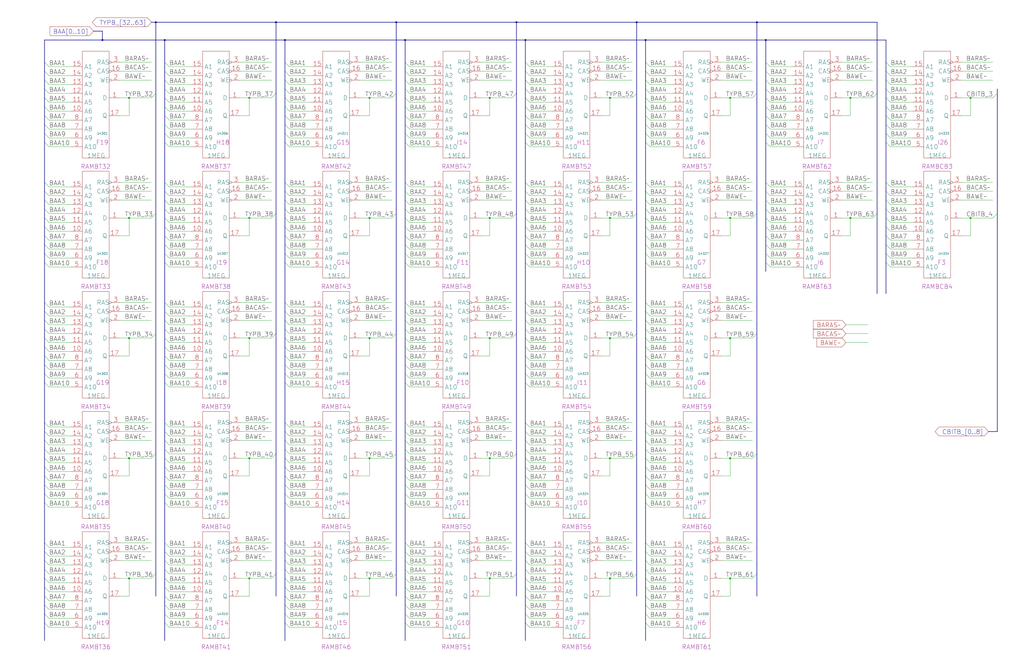
<source format=kicad_sch>
(kicad_sch (version 20250114) (generator "eeschema") (generator_version "9.0")
  (paper "User" 584.2 378.46)
  (title_block (title "PLANEB DYNAMIC RAMS\\nTYPE BITS 32-63\\nCHECK BITS 3-4") (date "08-MAR-90") (rev "0.0") (comment 1 "MEM32 BOARD") (comment 2 "232-003066") (comment 3 "S400") (comment 4 "RELEASED"))
  (junction (at 73.66 55.88))
  (junction (at 231.14 22.86))
  (junction (at 142.24 193.04))
  (junction (at 162.56 22.86))
  (junction (at 416.56 124.46))
  (junction (at 294.64 12.7))
  (junction (at 73.66 330.2))
  (junction (at 88.9 12.7))
  (junction (at 58.42 22.86))
  (junction (at 347.98 193.04))
  (junction (at 347.98 330.2))
  (junction (at 210.82 193.04))
  (junction (at 279.4 55.88))
  (junction (at 210.82 330.2))
  (junction (at 279.4 193.04))
  (junction (at 347.98 261.62))
  (junction (at 416.56 193.04))
  (junction (at 416.56 55.88))
  (junction (at 142.24 330.2))
  (junction (at 436.88 22.86))
  (junction (at 299.72 22.86))
  (junction (at 553.72 55.88))
  (junction (at 157.48 12.7))
  (junction (at 279.4 261.62))
  (junction (at 279.4 124.46))
  (junction (at 210.82 124.46))
  (junction (at 73.66 193.04))
  (junction (at 553.72 124.46))
  (junction (at 210.82 55.88))
  (junction (at 416.56 330.2))
  (junction (at 142.24 261.62))
  (junction (at 93.98 22.86))
  (junction (at 368.3 22.86))
  (junction (at 485.14 55.88))
  (junction (at 73.66 261.62))
  (junction (at 226.06 12.7))
  (junction (at 279.4 330.2))
  (junction (at 347.98 124.46))
  (junction (at 485.14 124.46))
  (junction (at 347.98 55.88))
  (junction (at 431.8 12.7))
  (junction (at 142.24 124.46))
  (junction (at 142.24 55.88))
  (junction (at 416.56 261.62))
  (junction (at 73.66 124.46))
  (junction (at 210.82 261.62))
  (junction (at 363.22 12.7))
  (bus_entry (at 231.14 144.78) (size 2.54 2.54))
  (bus_entry (at 93.98 144.78) (size 2.54 2.54))
  (bus_entry (at 231.14 129.54) (size 2.54 2.54))
  (bus_entry (at 93.98 335.28) (size 2.54 2.54))
  (bus_entry (at 88.9 190.5) (size -2.54 2.54))
  (bus_entry (at 299.72 76.2) (size 2.54 2.54))
  (bus_entry (at 93.98 251.46) (size 2.54 2.54))
  (bus_entry (at 231.14 109.22) (size 2.54 2.54))
  (bus_entry (at 231.14 124.46) (size 2.54 2.54))
  (bus_entry (at 231.14 251.46) (size 2.54 2.54))
  (bus_entry (at 363.22 190.5) (size -2.54 2.54))
  (bus_entry (at 93.98 350.52) (size 2.54 2.54))
  (bus_entry (at 25.4 287.02) (size 2.54 2.54))
  (bus_entry (at 368.3 124.46) (size 2.54 2.54))
  (bus_entry (at 25.4 309.88) (size 2.54 2.54))
  (bus_entry (at 162.56 124.46) (size 2.54 2.54))
  (bus_entry (at 93.98 241.3) (size 2.54 2.54))
  (bus_entry (at 25.4 330.2) (size 2.54 2.54))
  (bus_entry (at 368.3 177.8) (size 2.54 2.54))
  (bus_entry (at 93.98 45.72) (size 2.54 2.54))
  (bus_entry (at 299.72 60.96) (size 2.54 2.54))
  (bus_entry (at 162.56 330.2) (size 2.54 2.54))
  (bus_entry (at 299.72 203.2) (size 2.54 2.54))
  (bus_entry (at 231.14 182.88) (size 2.54 2.54))
  (bus_entry (at 231.14 325.12) (size 2.54 2.54))
  (bus_entry (at 294.64 259.08) (size -2.54 2.54))
  (bus_entry (at 505.46 81.28) (size 2.54 2.54))
  (bus_entry (at 363.22 259.08) (size -2.54 2.54))
  (bus_entry (at 93.98 203.2) (size 2.54 2.54))
  (bus_entry (at 231.14 355.6) (size 2.54 2.54))
  (bus_entry (at 368.3 340.36) (size 2.54 2.54))
  (bus_entry (at 299.72 66.04) (size 2.54 2.54))
  (bus_entry (at 162.56 261.62) (size 2.54 2.54))
  (bus_entry (at 231.14 66.04) (size 2.54 2.54))
  (bus_entry (at 162.56 55.88) (size 2.54 2.54))
  (bus_entry (at 25.4 314.96) (size 2.54 2.54))
  (bus_entry (at 162.56 355.6) (size 2.54 2.54))
  (bus_entry (at 93.98 287.02) (size 2.54 2.54))
  (bus_entry (at 25.4 276.86) (size 2.54 2.54))
  (bus_entry (at 25.4 144.78) (size 2.54 2.54))
  (bus_entry (at 93.98 320.04) (size 2.54 2.54))
  (bus_entry (at 25.4 76.2) (size 2.54 2.54))
  (bus_entry (at 231.14 50.8) (size 2.54 2.54))
  (bus_entry (at 25.4 213.36) (size 2.54 2.54))
  (bus_entry (at 363.22 53.34) (size -2.54 2.54))
  (bus_entry (at 25.4 203.2) (size 2.54 2.54))
  (bus_entry (at 505.46 114.3) (size 2.54 2.54))
  (bus_entry (at 93.98 276.86) (size 2.54 2.54))
  (bus_entry (at 162.56 109.22) (size 2.54 2.54))
  (bus_entry (at 93.98 119.38) (size 2.54 2.54))
  (bus_entry (at 299.72 129.54) (size 2.54 2.54))
  (bus_entry (at 299.72 149.86) (size 2.54 2.54))
  (bus_entry (at 25.4 55.88) (size 2.54 2.54))
  (bus_entry (at 93.98 104.14) (size 2.54 2.54))
  (bus_entry (at 162.56 335.28) (size 2.54 2.54))
  (bus_entry (at 299.72 81.28) (size 2.54 2.54))
  (bus_entry (at 231.14 314.96) (size 2.54 2.54))
  (bus_entry (at 368.3 355.6) (size 2.54 2.54))
  (bus_entry (at 436.88 60.96) (size 2.54 2.54))
  (bus_entry (at 368.3 330.2) (size 2.54 2.54))
  (bus_entry (at 157.48 259.08) (size -2.54 2.54))
  (bus_entry (at 231.14 208.28) (size 2.54 2.54))
  (bus_entry (at 368.3 60.96) (size 2.54 2.54))
  (bus_entry (at 93.98 198.12) (size 2.54 2.54))
  (bus_entry (at 368.3 35.56) (size 2.54 2.54))
  (bus_entry (at 231.14 81.28) (size 2.54 2.54))
  (bus_entry (at 162.56 271.78) (size 2.54 2.54))
  (bus_entry (at 231.14 104.14) (size 2.54 2.54))
  (bus_entry (at 436.88 104.14) (size 2.54 2.54))
  (bus_entry (at 299.72 124.46) (size 2.54 2.54))
  (bus_entry (at 157.48 327.66) (size -2.54 2.54))
  (bus_entry (at 368.3 187.96) (size 2.54 2.54))
  (bus_entry (at 436.88 66.04) (size 2.54 2.54))
  (bus_entry (at 25.4 182.88) (size 2.54 2.54))
  (bus_entry (at 162.56 340.36) (size 2.54 2.54))
  (bus_entry (at 294.64 53.34) (size -2.54 2.54))
  (bus_entry (at 162.56 187.96) (size 2.54 2.54))
  (bus_entry (at 93.98 246.38) (size 2.54 2.54))
  (bus_entry (at 299.72 320.04) (size 2.54 2.54))
  (bus_entry (at 25.4 119.38) (size 2.54 2.54))
  (bus_entry (at 25.4 345.44) (size 2.54 2.54))
  (bus_entry (at 299.72 345.44) (size 2.54 2.54))
  (bus_entry (at 93.98 281.94) (size 2.54 2.54))
  (bus_entry (at 231.14 119.38) (size 2.54 2.54))
  (bus_entry (at 162.56 40.64) (size 2.54 2.54))
  (bus_entry (at 25.4 335.28) (size 2.54 2.54))
  (bus_entry (at 162.56 177.8) (size 2.54 2.54))
  (bus_entry (at 93.98 314.96) (size 2.54 2.54))
  (bus_entry (at 231.14 345.44) (size 2.54 2.54))
  (bus_entry (at 162.56 139.7) (size 2.54 2.54))
  (bus_entry (at 231.14 261.62) (size 2.54 2.54))
  (bus_entry (at 93.98 66.04) (size 2.54 2.54))
  (bus_entry (at 25.4 40.64) (size 2.54 2.54))
  (bus_entry (at 231.14 241.3) (size 2.54 2.54))
  (bus_entry (at 368.3 198.12) (size 2.54 2.54))
  (bus_entry (at 231.14 114.3) (size 2.54 2.54))
  (bus_entry (at 299.72 330.2) (size 2.54 2.54))
  (bus_entry (at 231.14 134.62) (size 2.54 2.54))
  (bus_entry (at 25.4 193.04) (size 2.54 2.54))
  (bus_entry (at 299.72 309.88) (size 2.54 2.54))
  (bus_entry (at 157.48 121.92) (size -2.54 2.54))
  (bus_entry (at 231.14 276.86) (size 2.54 2.54))
  (bus_entry (at 162.56 309.88) (size 2.54 2.54))
  (bus_entry (at 505.46 109.22) (size 2.54 2.54))
  (bus_entry (at 88.9 259.08) (size -2.54 2.54))
  (bus_entry (at 162.56 35.56) (size 2.54 2.54))
  (bus_entry (at 368.3 114.3) (size 2.54 2.54))
  (bus_entry (at 93.98 261.62) (size 2.54 2.54))
  (bus_entry (at 368.3 119.38) (size 2.54 2.54))
  (bus_entry (at 231.14 340.36) (size 2.54 2.54))
  (bus_entry (at 162.56 60.96) (size 2.54 2.54))
  (bus_entry (at 88.9 53.34) (size -2.54 2.54))
  (bus_entry (at 226.06 53.34) (size -2.54 2.54))
  (bus_entry (at 162.56 66.04) (size 2.54 2.54))
  (bus_entry (at 93.98 50.8) (size 2.54 2.54))
  (bus_entry (at 505.46 119.38) (size 2.54 2.54))
  (bus_entry (at 25.4 198.12) (size 2.54 2.54))
  (bus_entry (at 162.56 213.36) (size 2.54 2.54))
  (bus_entry (at 231.14 60.96) (size 2.54 2.54))
  (bus_entry (at 368.3 193.04) (size 2.54 2.54))
  (bus_entry (at 25.4 129.54) (size 2.54 2.54))
  (bus_entry (at 231.14 266.7) (size 2.54 2.54))
  (bus_entry (at 299.72 35.56) (size 2.54 2.54))
  (bus_entry (at 88.9 121.92) (size -2.54 2.54))
  (bus_entry (at 93.98 139.7) (size 2.54 2.54))
  (bus_entry (at 299.72 276.86) (size 2.54 2.54))
  (bus_entry (at 368.3 241.3) (size 2.54 2.54))
  (bus_entry (at 299.72 55.88) (size 2.54 2.54))
  (bus_entry (at 93.98 182.88) (size 2.54 2.54))
  (bus_entry (at 25.4 187.96) (size 2.54 2.54))
  (bus_entry (at 162.56 45.72) (size 2.54 2.54))
  (bus_entry (at 162.56 149.86) (size 2.54 2.54))
  (bus_entry (at 505.46 129.54) (size 2.54 2.54))
  (bus_entry (at 93.98 81.28) (size 2.54 2.54))
  (bus_entry (at 25.4 177.8) (size 2.54 2.54))
  (bus_entry (at 231.14 45.72) (size 2.54 2.54))
  (bus_entry (at 162.56 81.28) (size 2.54 2.54))
  (bus_entry (at 299.72 187.96) (size 2.54 2.54))
  (bus_entry (at 25.4 71.12) (size 2.54 2.54))
  (bus_entry (at 436.88 144.78) (size 2.54 2.54))
  (bus_entry (at 93.98 129.54) (size 2.54 2.54))
  (bus_entry (at 88.9 327.66) (size -2.54 2.54))
  (bus_entry (at 231.14 213.36) (size 2.54 2.54))
  (bus_entry (at 25.4 340.36) (size 2.54 2.54))
  (bus_entry (at 436.88 139.7) (size 2.54 2.54))
  (bus_entry (at 368.3 182.88) (size 2.54 2.54))
  (bus_entry (at 25.4 109.22) (size 2.54 2.54))
  (bus_entry (at 25.4 325.12) (size 2.54 2.54))
  (bus_entry (at 299.72 281.94) (size 2.54 2.54))
  (bus_entry (at 368.3 81.28) (size 2.54 2.54))
  (bus_entry (at 505.46 124.46) (size 2.54 2.54))
  (bus_entry (at 299.72 114.3) (size 2.54 2.54))
  (bus_entry (at 368.3 246.38) (size 2.54 2.54))
  (bus_entry (at 231.14 35.56) (size 2.54 2.54))
  (bus_entry (at 299.72 104.14) (size 2.54 2.54))
  (bus_entry (at 505.46 60.96) (size 2.54 2.54))
  (bus_entry (at 368.3 144.78) (size 2.54 2.54))
  (bus_entry (at 294.64 190.5) (size -2.54 2.54))
  (bus_entry (at 162.56 50.8) (size 2.54 2.54))
  (bus_entry (at 25.4 246.38) (size 2.54 2.54))
  (bus_entry (at 226.06 121.92) (size -2.54 2.54))
  (bus_entry (at 363.22 121.92) (size -2.54 2.54))
  (bus_entry (at 231.14 320.04) (size 2.54 2.54))
  (bus_entry (at 162.56 325.12) (size 2.54 2.54))
  (bus_entry (at 368.3 251.46) (size 2.54 2.54))
  (bus_entry (at 162.56 193.04) (size 2.54 2.54))
  (bus_entry (at 368.3 71.12) (size 2.54 2.54))
  (bus_entry (at 25.4 355.6) (size 2.54 2.54))
  (bus_entry (at 299.72 261.62) (size 2.54 2.54))
  (bus_entry (at 231.14 309.88) (size 2.54 2.54))
  (bus_entry (at 368.3 109.22) (size 2.54 2.54))
  (bus_entry (at 299.72 50.8) (size 2.54 2.54))
  (bus_entry (at 25.4 350.52) (size 2.54 2.54))
  (bus_entry (at 157.48 190.5) (size -2.54 2.54))
  (bus_entry (at 162.56 208.28) (size 2.54 2.54))
  (bus_entry (at 299.72 271.78) (size 2.54 2.54))
  (bus_entry (at 162.56 203.2) (size 2.54 2.54))
  (bus_entry (at 93.98 187.96) (size 2.54 2.54))
  (bus_entry (at 299.72 335.28) (size 2.54 2.54))
  (bus_entry (at 368.3 325.12) (size 2.54 2.54))
  (bus_entry (at 25.4 81.28) (size 2.54 2.54))
  (bus_entry (at 162.56 172.72) (size 2.54 2.54))
  (bus_entry (at 25.4 218.44) (size 2.54 2.54))
  (bus_entry (at 299.72 177.8) (size 2.54 2.54))
  (bus_entry (at 368.3 40.64) (size 2.54 2.54))
  (bus_entry (at 93.98 35.56) (size 2.54 2.54))
  (bus_entry (at 299.72 246.38) (size 2.54 2.54))
  (bus_entry (at 162.56 144.78) (size 2.54 2.54))
  (bus_entry (at 231.14 335.28) (size 2.54 2.54))
  (bus_entry (at 436.88 109.22) (size 2.54 2.54))
  (bus_entry (at 368.3 134.62) (size 2.54 2.54))
  (bus_entry (at 25.4 60.96) (size 2.54 2.54))
  (bus_entry (at 368.3 335.28) (size 2.54 2.54))
  (bus_entry (at 505.46 66.04) (size 2.54 2.54))
  (bus_entry (at 157.48 53.34) (size -2.54 2.54))
  (bus_entry (at 162.56 129.54) (size 2.54 2.54))
  (bus_entry (at 162.56 104.14) (size 2.54 2.54))
  (bus_entry (at 568.96 53.34) (size -2.54 2.54))
  (bus_entry (at 368.3 287.02) (size 2.54 2.54))
  (bus_entry (at 93.98 330.2) (size 2.54 2.54))
  (bus_entry (at 505.46 35.56) (size 2.54 2.54))
  (bus_entry (at 299.72 144.78) (size 2.54 2.54))
  (bus_entry (at 436.88 76.2) (size 2.54 2.54))
  (bus_entry (at 93.98 177.8) (size 2.54 2.54))
  (bus_entry (at 231.14 287.02) (size 2.54 2.54))
  (bus_entry (at 436.88 149.86) (size 2.54 2.54))
  (bus_entry (at 368.3 350.52) (size 2.54 2.54))
  (bus_entry (at 93.98 109.22) (size 2.54 2.54))
  (bus_entry (at 505.46 55.88) (size 2.54 2.54))
  (bus_entry (at 231.14 40.64) (size 2.54 2.54))
  (bus_entry (at 368.3 281.94) (size 2.54 2.54))
  (bus_entry (at 294.64 121.92) (size -2.54 2.54))
  (bus_entry (at 162.56 134.62) (size 2.54 2.54))
  (bus_entry (at 162.56 198.12) (size 2.54 2.54))
  (bus_entry (at 25.4 271.78) (size 2.54 2.54))
  (bus_entry (at 231.14 350.52) (size 2.54 2.54))
  (bus_entry (at 436.88 50.8) (size 2.54 2.54))
  (bus_entry (at 25.4 124.46) (size 2.54 2.54))
  (bus_entry (at 299.72 256.54) (size 2.54 2.54))
  (bus_entry (at 93.98 76.2) (size 2.54 2.54))
  (bus_entry (at 436.88 35.56) (size 2.54 2.54))
  (bus_entry (at 436.88 134.62) (size 2.54 2.54))
  (bus_entry (at 231.14 271.78) (size 2.54 2.54))
  (bus_entry (at 299.72 241.3) (size 2.54 2.54))
  (bus_entry (at 505.46 104.14) (size 2.54 2.54))
  (bus_entry (at 431.8 190.5) (size -2.54 2.54))
  (bus_entry (at 162.56 276.86) (size 2.54 2.54))
  (bus_entry (at 436.88 71.12) (size 2.54 2.54))
  (bus_entry (at 505.46 139.7) (size 2.54 2.54))
  (bus_entry (at 93.98 309.88) (size 2.54 2.54))
  (bus_entry (at 25.4 114.3) (size 2.54 2.54))
  (bus_entry (at 93.98 134.62) (size 2.54 2.54))
  (bus_entry (at 368.3 266.7) (size 2.54 2.54))
  (bus_entry (at 231.14 330.2) (size 2.54 2.54))
  (bus_entry (at 93.98 114.3) (size 2.54 2.54))
  (bus_entry (at 368.3 345.44) (size 2.54 2.54))
  (bus_entry (at 368.3 218.44) (size 2.54 2.54))
  (bus_entry (at 231.14 193.04) (size 2.54 2.54))
  (bus_entry (at 93.98 208.28) (size 2.54 2.54))
  (bus_entry (at 25.4 208.28) (size 2.54 2.54))
  (bus_entry (at 162.56 281.94) (size 2.54 2.54))
  (bus_entry (at 231.14 198.12) (size 2.54 2.54))
  (bus_entry (at 436.88 114.3) (size 2.54 2.54))
  (bus_entry (at 299.72 45.72) (size 2.54 2.54))
  (bus_entry (at 368.3 55.88) (size 2.54 2.54))
  (bus_entry (at 93.98 193.04) (size 2.54 2.54))
  (bus_entry (at 299.72 350.52) (size 2.54 2.54))
  (bus_entry (at 299.72 251.46) (size 2.54 2.54))
  (bus_entry (at 226.06 259.08) (size -2.54 2.54))
  (bus_entry (at 299.72 314.96) (size 2.54 2.54))
  (bus_entry (at 231.14 187.96) (size 2.54 2.54))
  (bus_entry (at 299.72 139.7) (size 2.54 2.54))
  (bus_entry (at 299.72 182.88) (size 2.54 2.54))
  (bus_entry (at 299.72 287.02) (size 2.54 2.54))
  (bus_entry (at 368.3 309.88) (size 2.54 2.54))
  (bus_entry (at 25.4 50.8) (size 2.54 2.54))
  (bus_entry (at 299.72 218.44) (size 2.54 2.54))
  (bus_entry (at 231.14 177.8) (size 2.54 2.54))
  (bus_entry (at 299.72 109.22) (size 2.54 2.54))
  (bus_entry (at 368.3 172.72) (size 2.54 2.54))
  (bus_entry (at 436.88 81.28) (size 2.54 2.54))
  (bus_entry (at 368.3 66.04) (size 2.54 2.54))
  (bus_entry (at 505.46 144.78) (size 2.54 2.54))
  (bus_entry (at 93.98 218.44) (size 2.54 2.54))
  (bus_entry (at 505.46 71.12) (size 2.54 2.54))
  (bus_entry (at 231.14 218.44) (size 2.54 2.54))
  (bus_entry (at 299.72 208.28) (size 2.54 2.54))
  (bus_entry (at 368.3 271.78) (size 2.54 2.54))
  (bus_entry (at 368.3 256.54) (size 2.54 2.54))
  (bus_entry (at 25.4 139.7) (size 2.54 2.54))
  (bus_entry (at 93.98 40.64) (size 2.54 2.54))
  (bus_entry (at 363.22 327.66) (size -2.54 2.54))
  (bus_entry (at 231.14 55.88) (size 2.54 2.54))
  (bus_entry (at 436.88 129.54) (size 2.54 2.54))
  (bus_entry (at 231.14 71.12) (size 2.54 2.54))
  (bus_entry (at 368.3 213.36) (size 2.54 2.54))
  (bus_entry (at 368.3 139.7) (size 2.54 2.54))
  (bus_entry (at 93.98 355.6) (size 2.54 2.54))
  (bus_entry (at 436.88 124.46) (size 2.54 2.54))
  (bus_entry (at 505.46 50.8) (size 2.54 2.54))
  (bus_entry (at 231.14 149.86) (size 2.54 2.54))
  (bus_entry (at 231.14 139.7) (size 2.54 2.54))
  (bus_entry (at 93.98 149.86) (size 2.54 2.54))
  (bus_entry (at 25.4 66.04) (size 2.54 2.54))
  (bus_entry (at 231.14 256.54) (size 2.54 2.54))
  (bus_entry (at 93.98 256.54) (size 2.54 2.54))
  (bus_entry (at 162.56 256.54) (size 2.54 2.54))
  (bus_entry (at 93.98 71.12) (size 2.54 2.54))
  (bus_entry (at 25.4 256.54) (size 2.54 2.54))
  (bus_entry (at 299.72 134.62) (size 2.54 2.54))
  (bus_entry (at 505.46 134.62) (size 2.54 2.54))
  (bus_entry (at 431.8 53.34) (size -2.54 2.54))
  (bus_entry (at 431.8 327.66) (size -2.54 2.54))
  (bus_entry (at 162.56 182.88) (size 2.54 2.54))
  (bus_entry (at 368.3 208.28) (size 2.54 2.54))
  (bus_entry (at 505.46 149.86) (size 2.54 2.54))
  (bus_entry (at 25.4 261.62) (size 2.54 2.54))
  (bus_entry (at 162.56 114.3) (size 2.54 2.54))
  (bus_entry (at 25.4 266.7) (size 2.54 2.54))
  (bus_entry (at 299.72 355.6) (size 2.54 2.54))
  (bus_entry (at 368.3 45.72) (size 2.54 2.54))
  (bus_entry (at 231.14 203.2) (size 2.54 2.54))
  (bus_entry (at 93.98 345.44) (size 2.54 2.54))
  (bus_entry (at 25.4 35.56) (size 2.54 2.54))
  (bus_entry (at 368.3 203.2) (size 2.54 2.54))
  (bus_entry (at 431.8 121.92) (size -2.54 2.54))
  (bus_entry (at 162.56 71.12) (size 2.54 2.54))
  (bus_entry (at 162.56 241.3) (size 2.54 2.54))
  (bus_entry (at 299.72 266.7) (size 2.54 2.54))
  (bus_entry (at 436.88 40.64) (size 2.54 2.54))
  (bus_entry (at 162.56 266.7) (size 2.54 2.54))
  (bus_entry (at 299.72 325.12) (size 2.54 2.54))
  (bus_entry (at 500.38 53.34) (size -2.54 2.54))
  (bus_entry (at 93.98 124.46) (size 2.54 2.54))
  (bus_entry (at 93.98 266.7) (size 2.54 2.54))
  (bus_entry (at 299.72 340.36) (size 2.54 2.54))
  (bus_entry (at 162.56 314.96) (size 2.54 2.54))
  (bus_entry (at 368.3 76.2) (size 2.54 2.54))
  (bus_entry (at 299.72 71.12) (size 2.54 2.54))
  (bus_entry (at 568.96 121.92) (size -2.54 2.54))
  (bus_entry (at 294.64 327.66) (size -2.54 2.54))
  (bus_entry (at 299.72 193.04) (size 2.54 2.54))
  (bus_entry (at 162.56 345.44) (size 2.54 2.54))
  (bus_entry (at 25.4 134.62) (size 2.54 2.54))
  (bus_entry (at 500.38 121.92) (size -2.54 2.54))
  (bus_entry (at 226.06 327.66) (size -2.54 2.54))
  (bus_entry (at 436.88 55.88) (size 2.54 2.54))
  (bus_entry (at 25.4 320.04) (size 2.54 2.54))
  (bus_entry (at 25.4 104.14) (size 2.54 2.54))
  (bus_entry (at 368.3 276.86) (size 2.54 2.54))
  (bus_entry (at 162.56 119.38) (size 2.54 2.54))
  (bus_entry (at 505.46 45.72) (size 2.54 2.54))
  (bus_entry (at 93.98 172.72) (size 2.54 2.54))
  (bus_entry (at 299.72 198.12) (size 2.54 2.54))
  (bus_entry (at 25.4 45.72) (size 2.54 2.54))
  (bus_entry (at 231.14 281.94) (size 2.54 2.54))
  (bus_entry (at 299.72 119.38) (size 2.54 2.54))
  (bus_entry (at 431.8 259.08) (size -2.54 2.54))
  (bus_entry (at 231.14 76.2) (size 2.54 2.54))
  (bus_entry (at 231.14 246.38) (size 2.54 2.54))
  (bus_entry (at 368.3 261.62) (size 2.54 2.54))
  (bus_entry (at 162.56 218.44) (size 2.54 2.54))
  (bus_entry (at 368.3 314.96) (size 2.54 2.54))
  (bus_entry (at 25.4 149.86) (size 2.54 2.54))
  (bus_entry (at 25.4 172.72) (size 2.54 2.54))
  (bus_entry (at 231.14 172.72) (size 2.54 2.54))
  (bus_entry (at 299.72 172.72) (size 2.54 2.54))
  (bus_entry (at 368.3 104.14) (size 2.54 2.54))
  (bus_entry (at 368.3 149.86) (size 2.54 2.54))
  (bus_entry (at 93.98 60.96) (size 2.54 2.54))
  (bus_entry (at 93.98 271.78) (size 2.54 2.54))
  (bus_entry (at 25.4 251.46) (size 2.54 2.54))
  (bus_entry (at 368.3 320.04) (size 2.54 2.54))
  (bus_entry (at 226.06 190.5) (size -2.54 2.54))
  (bus_entry (at 368.3 50.8) (size 2.54 2.54))
  (bus_entry (at 436.88 45.72) (size 2.54 2.54))
  (bus_entry (at 505.46 40.64) (size 2.54 2.54))
  (bus_entry (at 25.4 281.94) (size 2.54 2.54))
  (bus_entry (at 299.72 40.64) (size 2.54 2.54))
  (bus_entry (at 162.56 350.52) (size 2.54 2.54))
  (bus_entry (at 162.56 251.46) (size 2.54 2.54))
  (bus_entry (at 436.88 119.38) (size 2.54 2.54))
  (bus_entry (at 505.46 76.2) (size 2.54 2.54))
  (bus_entry (at 93.98 213.36) (size 2.54 2.54))
  (bus_entry (at 299.72 213.36) (size 2.54 2.54))
  (bus_entry (at 162.56 287.02) (size 2.54 2.54))
  (bus_entry (at 25.4 241.3) (size 2.54 2.54))
  (bus_entry (at 162.56 320.04) (size 2.54 2.54))
  (bus_entry (at 368.3 129.54) (size 2.54 2.54))
  (bus_entry (at 93.98 340.36) (size 2.54 2.54))
  (bus_entry (at 162.56 246.38) (size 2.54 2.54))
  (bus_entry (at 93.98 325.12) (size 2.54 2.54))
  (bus_entry (at 162.56 76.2) (size 2.54 2.54))
  (bus_entry (at 93.98 55.88) (size 2.54 2.54))
  (bus (pts (xy 505.46 134.62) (xy 505.46 139.7)))
  (bus (pts (xy 162.56 129.54) (xy 162.56 134.62)))
  (wire (pts (xy 205.74 320.04) (xy 223.52 320.04)))
  (wire (pts (xy 142.24 55.88) (xy 154.94 55.88)))
  (wire (pts (xy 233.68 127) (xy 246.38 127)))
  (bus (pts (xy 368.3 81.28) (xy 368.3 104.14)))
  (wire (pts (xy 370.84 116.84) (xy 383.54 116.84)))
  (bus (pts (xy 162.56 218.44) (xy 162.56 241.3)))
  (wire (pts (xy 233.68 248.92) (xy 246.38 248.92)))
  (wire (pts (xy 142.24 193.04) (xy 154.94 193.04)))
  (bus (pts (xy 93.98 261.62) (xy 93.98 266.7)))
  (bus (pts (xy 231.14 182.88) (xy 231.14 187.96)))
  (bus (pts (xy 25.4 314.96) (xy 25.4 320.04)))
  (wire (pts (xy 279.4 55.88) (xy 292.1 55.88)))
  (wire (pts (xy 233.68 38.1) (xy 246.38 38.1)))
  (wire (pts (xy 96.52 121.92) (xy 109.22 121.92)))
  (bus (pts (xy 299.72 208.28) (xy 299.72 213.36)))
  (wire (pts (xy 439.42 121.92) (xy 452.12 121.92)))
  (bus (pts (xy 299.72 256.54) (xy 299.72 261.62)))
  (wire (pts (xy 508 63.5) (xy 520.7 63.5)))
  (bus (pts (xy 231.14 144.78) (xy 231.14 149.86)))
  (wire (pts (xy 302.26 111.76) (xy 314.96 111.76)))
  (bus (pts (xy 299.72 335.28) (xy 299.72 340.36)))
  (bus (pts (xy 363.22 190.5) (xy 363.22 259.08)))
  (wire (pts (xy 233.68 215.9) (xy 246.38 215.9)))
  (wire (pts (xy 96.52 332.74) (xy 109.22 332.74)))
  (wire (pts (xy 274.32 271.78) (xy 279.4 271.78)))
  (wire (pts (xy 68.58 114.3) (xy 86.36 114.3)))
  (wire (pts (xy 165.1 358.14) (xy 177.8 358.14)))
  (wire (pts (xy 411.48 134.62) (xy 416.56 134.62)))
  (wire (pts (xy 142.24 66.04) (xy 142.24 55.88)))
  (bus (pts (xy 93.98 355.6) (xy 93.98 365.76)))
  (wire (pts (xy 27.94 274.32) (xy 40.64 274.32)))
  (wire (pts (xy 96.52 220.98) (xy 109.22 220.98)))
  (bus (pts (xy 231.14 71.12) (xy 231.14 76.2)))
  (bus (pts (xy 368.3 50.8) (xy 368.3 55.88)))
  (bus (pts (xy 93.98 266.7) (xy 93.98 271.78)))
  (wire (pts (xy 233.68 53.34) (xy 246.38 53.34)))
  (bus (pts (xy 368.3 66.04) (xy 368.3 71.12)))
  (wire (pts (xy 302.26 137.16) (xy 314.96 137.16)))
  (bus (pts (xy 368.3 22.86) (xy 368.3 35.56)))
  (bus (pts (xy 436.88 124.46) (xy 436.88 129.54)))
  (wire (pts (xy 27.94 342.9) (xy 40.64 342.9)))
  (wire (pts (xy 27.94 175.26) (xy 40.64 175.26)))
  (wire (pts (xy 411.48 340.36) (xy 416.56 340.36)))
  (bus (pts (xy 368.3 114.3) (xy 368.3 119.38)))
  (wire (pts (xy 137.16 314.96) (xy 154.94 314.96)))
  (bus (pts (xy 231.14 256.54) (xy 231.14 261.62)))
  (bus (pts (xy 25.4 208.28) (xy 25.4 213.36)))
  (wire (pts (xy 439.42 142.24) (xy 452.12 142.24)))
  (wire (pts (xy 27.94 142.24) (xy 40.64 142.24)))
  (bus (pts (xy 505.46 114.3) (xy 505.46 119.38)))
  (wire (pts (xy 370.84 38.1) (xy 383.54 38.1)))
  (wire (pts (xy 27.94 332.74) (xy 40.64 332.74)))
  (bus (pts (xy 299.72 71.12) (xy 299.72 76.2)))
  (wire (pts (xy 508 38.1) (xy 520.7 38.1)))
  (bus (pts (xy 25.4 139.7) (xy 25.4 144.78)))
  (bus (pts (xy 93.98 144.78) (xy 93.98 149.86)))
  (bus (pts (xy 505.46 35.56) (xy 505.46 40.64)))
  (bus (pts (xy 25.4 114.3) (xy 25.4 119.38)))
  (wire (pts (xy 96.52 132.08) (xy 109.22 132.08)))
  (bus (pts (xy 93.98 104.14) (xy 93.98 109.22)))
  (wire (pts (xy 411.48 104.14) (xy 429.26 104.14)))
  (wire (pts (xy 165.1 68.58) (xy 177.8 68.58)))
  (wire (pts (xy 165.1 337.82) (xy 177.8 337.82)))
  (bus (pts (xy 25.4 76.2) (xy 25.4 81.28)))
  (bus (pts (xy 25.4 251.46) (xy 25.4 256.54)))
  (bus (pts (xy 25.4 45.72) (xy 25.4 50.8)))
  (bus (pts (xy 25.4 81.28) (xy 25.4 104.14)))
  (wire (pts (xy 416.56 193.04) (xy 429.26 193.04)))
  (bus (pts (xy 162.56 320.04) (xy 162.56 325.12)))
  (wire (pts (xy 274.32 309.88) (xy 292.1 309.88)))
  (bus (pts (xy 25.4 182.88) (xy 25.4 187.96)))
  (bus (pts (xy 294.64 259.08) (xy 294.64 327.66)))
  (wire (pts (xy 233.68 147.32) (xy 246.38 147.32)))
  (wire (pts (xy 96.52 274.32) (xy 109.22 274.32)))
  (wire (pts (xy 210.82 55.88) (xy 223.52 55.88)))
  (wire (pts (xy 342.9 320.04) (xy 360.68 320.04)))
  (wire (pts (xy 96.52 111.76) (xy 109.22 111.76)))
  (wire (pts (xy 142.24 124.46) (xy 154.94 124.46)))
  (wire (pts (xy 553.72 55.88) (xy 566.42 55.88)))
  (wire (pts (xy 411.48 55.88) (xy 416.56 55.88)))
  (wire (pts (xy 370.84 106.68) (xy 383.54 106.68)))
  (wire (pts (xy 205.74 172.72) (xy 223.52 172.72)))
  (bus (pts (xy 162.56 45.72) (xy 162.56 50.8)))
  (wire (pts (xy 302.26 185.42) (xy 314.96 185.42)))
  (wire (pts (xy 68.58 134.62) (xy 73.66 134.62)))
  (bus (pts (xy 231.14 104.14) (xy 231.14 109.22)))
  (wire (pts (xy 233.68 180.34) (xy 246.38 180.34)))
  (bus (pts (xy 299.72 187.96) (xy 299.72 193.04)))
  (bus (pts (xy 299.72 119.38) (xy 299.72 124.46)))
  (bus (pts (xy 162.56 124.46) (xy 162.56 129.54)))
  (bus (pts (xy 162.56 22.86) (xy 162.56 35.56)))
  (wire (pts (xy 370.84 220.98) (xy 383.54 220.98)))
  (wire (pts (xy 205.74 314.96) (xy 223.52 314.96)))
  (wire (pts (xy 137.16 35.56) (xy 154.94 35.56)))
  (wire (pts (xy 96.52 43.18) (xy 109.22 43.18)))
  (wire (pts (xy 508 111.76) (xy 520.7 111.76)))
  (wire (pts (xy 68.58 309.88) (xy 86.36 309.88)))
  (wire (pts (xy 508 83.82) (xy 520.7 83.82)))
  (wire (pts (xy 370.84 243.84) (xy 383.54 243.84)))
  (bus (pts (xy 505.46 22.86) (xy 505.46 35.56)))
  (bus (pts (xy 231.14 345.44) (xy 231.14 350.52)))
  (bus (pts (xy 162.56 119.38) (xy 162.56 124.46)))
  (wire (pts (xy 165.1 137.16) (xy 177.8 137.16)))
  (wire (pts (xy 302.26 215.9) (xy 314.96 215.9)))
  (wire (pts (xy 142.24 261.62) (xy 154.94 261.62)))
  (wire (pts (xy 302.26 353.06) (xy 314.96 353.06)))
  (wire (pts (xy 137.16 109.22) (xy 154.94 109.22)))
  (bus (pts (xy 431.8 259.08) (xy 431.8 327.66)))
  (wire (pts (xy 137.16 193.04) (xy 142.24 193.04)))
  (wire (pts (xy 96.52 83.82) (xy 109.22 83.82)))
  (wire (pts (xy 142.24 134.62) (xy 142.24 124.46)))
  (wire (pts (xy 439.42 106.68) (xy 452.12 106.68)))
  (bus (pts (xy 226.06 190.5) (xy 226.06 259.08)))
  (wire (pts (xy 137.16 309.88) (xy 154.94 309.88)))
  (bus (pts (xy 505.46 66.04) (xy 505.46 71.12)))
  (bus (pts (xy 162.56 345.44) (xy 162.56 350.52)))
  (wire (pts (xy 347.98 271.78) (xy 347.98 261.62)))
  (bus (pts (xy 368.3 198.12) (xy 368.3 203.2)))
  (wire (pts (xy 165.1 152.4) (xy 177.8 152.4)))
  (bus (pts (xy 231.14 261.62) (xy 231.14 266.7)))
  (wire (pts (xy 302.26 337.82) (xy 314.96 337.82)))
  (wire (pts (xy 205.74 271.78) (xy 210.82 271.78)))
  (bus (pts (xy 563.88 246.38) (xy 568.96 246.38)))
  (bus (pts (xy 162.56 104.14) (xy 162.56 109.22)))
  (bus (pts (xy 231.14 309.88) (xy 231.14 314.96)))
  (bus (pts (xy 25.4 355.6) (xy 25.4 365.76)))
  (bus (pts (xy 162.56 281.94) (xy 162.56 287.02)))
  (wire (pts (xy 205.74 246.38) (xy 223.52 246.38)))
  (bus (pts (xy 231.14 193.04) (xy 231.14 198.12)))
  (bus (pts (xy 299.72 40.64) (xy 299.72 45.72)))
  (wire (pts (xy 439.42 58.42) (xy 452.12 58.42)))
  (bus (pts (xy 231.14 40.64) (xy 231.14 45.72)))
  (wire (pts (xy 165.1 147.32) (xy 177.8 147.32)))
  (wire (pts (xy 27.94 38.1) (xy 40.64 38.1)))
  (wire (pts (xy 342.9 246.38) (xy 360.68 246.38)))
  (wire (pts (xy 302.26 220.98) (xy 314.96 220.98)))
  (wire (pts (xy 165.1 317.5) (xy 177.8 317.5)))
  (wire (pts (xy 411.48 309.88) (xy 429.26 309.88)))
  (bus (pts (xy 162.56 330.2) (xy 162.56 335.28)))
  (bus (pts (xy 162.56 203.2) (xy 162.56 208.28)))
  (bus (pts (xy 231.14 198.12) (xy 231.14 203.2)))
  (wire (pts (xy 137.16 177.8) (xy 154.94 177.8)))
  (bus (pts (xy 436.88 50.8) (xy 436.88 55.88)))
  (bus (pts (xy 299.72 340.36) (xy 299.72 345.44)))
  (wire (pts (xy 165.1 180.34) (xy 177.8 180.34)))
  (wire (pts (xy 96.52 58.42) (xy 109.22 58.42)))
  (wire (pts (xy 165.1 48.26) (xy 177.8 48.26)))
  (wire (pts (xy 210.82 124.46) (xy 223.52 124.46)))
  (bus (pts (xy 226.06 327.66) (xy 226.06 340.36)))
  (wire (pts (xy 27.94 264.16) (xy 40.64 264.16)))
  (wire (pts (xy 96.52 78.74) (xy 109.22 78.74)))
  (wire (pts (xy 205.74 35.56) (xy 223.52 35.56)))
  (wire (pts (xy 347.98 124.46) (xy 360.68 124.46)))
  (bus (pts (xy 231.14 320.04) (xy 231.14 325.12)))
  (wire (pts (xy 27.94 106.68) (xy 40.64 106.68)))
  (wire (pts (xy 233.68 259.08) (xy 246.38 259.08)))
  (wire (pts (xy 165.1 243.84) (xy 177.8 243.84)))
  (bus (pts (xy 231.14 55.88) (xy 231.14 60.96)))
  (wire (pts (xy 416.56 330.2) (xy 429.26 330.2)))
  (bus (pts (xy 93.98 350.52) (xy 93.98 355.6)))
  (wire (pts (xy 73.66 203.2) (xy 73.66 193.04)))
  (wire (pts (xy 96.52 342.9) (xy 109.22 342.9)))
  (wire (pts (xy 142.24 330.2) (xy 154.94 330.2)))
  (bus (pts (xy 231.14 335.28) (xy 231.14 340.36)))
  (bus (pts (xy 299.72 177.8) (xy 299.72 182.88)))
  (wire (pts (xy 233.68 274.32) (xy 246.38 274.32)))
  (bus (pts (xy 226.06 259.08) (xy 226.06 327.66)))
  (wire (pts (xy 411.48 114.3) (xy 429.26 114.3)))
  (wire (pts (xy 439.42 43.18) (xy 452.12 43.18)))
  (bus (pts (xy 299.72 320.04) (xy 299.72 325.12)))
  (bus (pts (xy 368.3 335.28) (xy 368.3 340.36)))
  (wire (pts (xy 370.84 152.4) (xy 383.54 152.4)))
  (bus (pts (xy 162.56 314.96) (xy 162.56 320.04)))
  (wire (pts (xy 274.32 320.04) (xy 292.1 320.04)))
  (wire (pts (xy 411.48 66.04) (xy 416.56 66.04)))
  (wire (pts (xy 411.48 109.22) (xy 429.26 109.22)))
  (bus (pts (xy 294.64 190.5) (xy 294.64 259.08)))
  (bus (pts (xy 368.3 60.96) (xy 368.3 66.04)))
  (bus (pts (xy 231.14 177.8) (xy 231.14 182.88)))
  (wire (pts (xy 73.66 271.78) (xy 73.66 261.62)))
  (wire (pts (xy 233.68 337.82) (xy 246.38 337.82)))
  (wire (pts (xy 342.9 109.22) (xy 360.68 109.22)))
  (bus (pts (xy 162.56 187.96) (xy 162.56 193.04)))
  (bus (pts (xy 231.14 187.96) (xy 231.14 193.04)))
  (wire (pts (xy 508 142.24) (xy 520.7 142.24)))
  (wire (pts (xy 274.32 177.8) (xy 292.1 177.8)))
  (wire (pts (xy 96.52 254) (xy 109.22 254)))
  (wire (pts (xy 205.74 241.3) (xy 223.52 241.3)))
  (bus (pts (xy 363.22 259.08) (xy 363.22 327.66)))
  (wire (pts (xy 342.9 114.3) (xy 360.68 114.3)))
  (wire (pts (xy 73.66 330.2) (xy 86.36 330.2)))
  (wire (pts (xy 68.58 203.2) (xy 73.66 203.2)))
  (wire (pts (xy 302.26 195.58) (xy 314.96 195.58)))
  (bus (pts (xy 25.4 119.38) (xy 25.4 124.46)))
  (wire (pts (xy 73.66 134.62) (xy 73.66 124.46)))
  (wire (pts (xy 205.74 134.62) (xy 210.82 134.62)))
  (bus (pts (xy 25.4 187.96) (xy 25.4 193.04)))
  (wire (pts (xy 416.56 66.04) (xy 416.56 55.88)))
  (wire (pts (xy 73.66 66.04) (xy 73.66 55.88)))
  (bus (pts (xy 231.14 124.46) (xy 231.14 129.54)))
  (bus (pts (xy 93.98 276.86) (xy 93.98 281.94)))
  (bus (pts (xy 93.98 114.3) (xy 93.98 119.38)))
  (wire (pts (xy 165.1 312.42) (xy 177.8 312.42)))
  (wire (pts (xy 233.68 43.18) (xy 246.38 43.18)))
  (bus (pts (xy 505.46 149.86) (xy 505.46 167.64)))
  (bus (pts (xy 436.88 149.86) (xy 436.88 154.94)))
  (bus (pts (xy 231.14 22.86) (xy 299.72 22.86)))
  (wire (pts (xy 274.32 35.56) (xy 292.1 35.56)))
  (wire (pts (xy 279.4 330.2) (xy 292.1 330.2)))
  (wire (pts (xy 68.58 330.2) (xy 73.66 330.2)))
  (bus (pts (xy 157.48 327.66) (xy 157.48 340.36)))
  (wire (pts (xy 73.66 124.46) (xy 86.36 124.46)))
  (wire (pts (xy 302.26 175.26) (xy 314.96 175.26)))
  (bus (pts (xy 436.88 45.72) (xy 436.88 50.8)))
  (wire (pts (xy 137.16 330.2) (xy 142.24 330.2)))
  (wire (pts (xy 548.64 45.72) (xy 566.42 45.72)))
  (bus (pts (xy 162.56 241.3) (xy 162.56 246.38)))
  (bus (pts (xy 226.06 121.92) (xy 226.06 190.5)))
  (bus (pts (xy 505.46 76.2) (xy 505.46 81.28)))
  (wire (pts (xy 553.72 134.62) (xy 553.72 124.46)))
  (bus (pts (xy 162.56 271.78) (xy 162.56 276.86)))
  (bus (pts (xy 231.14 114.3) (xy 231.14 119.38)))
  (bus (pts (xy 88.9 121.92) (xy 88.9 190.5)))
  (wire (pts (xy 485.14 55.88) (xy 497.84 55.88)))
  (bus (pts (xy 93.98 213.36) (xy 93.98 218.44)))
  (wire (pts (xy 165.1 332.74) (xy 177.8 332.74)))
  (wire (pts (xy 96.52 73.66) (xy 109.22 73.66)))
  (wire (pts (xy 416.56 261.62) (xy 429.26 261.62)))
  (wire (pts (xy 137.16 40.64) (xy 154.94 40.64)))
  (bus (pts (xy 93.98 281.94) (xy 93.98 287.02)))
  (bus (pts (xy 162.56 309.88) (xy 162.56 314.96)))
  (bus (pts (xy 299.72 198.12) (xy 299.72 203.2)))
  (wire (pts (xy 233.68 121.92) (xy 246.38 121.92)))
  (bus (pts (xy 93.98 256.54) (xy 93.98 261.62)))
  (bus (pts (xy 231.14 109.22) (xy 231.14 114.3)))
  (wire (pts (xy 96.52 215.9) (xy 109.22 215.9)))
  (wire (pts (xy 233.68 137.16) (xy 246.38 137.16)))
  (bus (pts (xy 162.56 172.72) (xy 162.56 177.8)))
  (bus (pts (xy 162.56 22.86) (xy 231.14 22.86)))
  (bus (pts (xy 294.64 53.34) (xy 294.64 121.92)))
  (wire (pts (xy 370.84 68.58) (xy 383.54 68.58)))
  (bus (pts (xy 231.14 330.2) (xy 231.14 335.28)))
  (bus (pts (xy 162.56 287.02) (xy 162.56 309.88)))
  (bus (pts (xy 93.98 60.96) (xy 93.98 66.04)))
  (wire (pts (xy 302.26 312.42) (xy 314.96 312.42)))
  (bus (pts (xy 25.4 309.88) (xy 25.4 314.96)))
  (bus (pts (xy 231.14 355.6) (xy 231.14 365.76)))
  (wire (pts (xy 165.1 220.98) (xy 177.8 220.98)))
  (bus (pts (xy 25.4 193.04) (xy 25.4 198.12)))
  (wire (pts (xy 233.68 342.9) (xy 246.38 342.9)))
  (wire (pts (xy 302.26 190.5) (xy 314.96 190.5)))
  (bus (pts (xy 436.88 129.54) (xy 436.88 134.62)))
  (bus (pts (xy 25.4 246.38) (xy 25.4 251.46)))
  (wire (pts (xy 508 137.16) (xy 520.7 137.16)))
  (bus (pts (xy 93.98 271.78) (xy 93.98 276.86)))
  (bus (pts (xy 93.98 325.12) (xy 93.98 330.2)))
  (wire (pts (xy 96.52 358.14) (xy 109.22 358.14)))
  (bus (pts (xy 231.14 208.28) (xy 231.14 213.36)))
  (wire (pts (xy 274.32 182.88) (xy 292.1 182.88)))
  (wire (pts (xy 137.16 261.62) (xy 142.24 261.62)))
  (bus (pts (xy 368.3 266.7) (xy 368.3 271.78)))
  (wire (pts (xy 370.84 58.42) (xy 383.54 58.42)))
  (bus (pts (xy 93.98 345.44) (xy 93.98 350.52)))
  (bus (pts (xy 88.9 53.34) (xy 88.9 121.92)))
  (wire (pts (xy 68.58 177.8) (xy 86.36 177.8)))
  (wire (pts (xy 165.1 175.26) (xy 177.8 175.26)))
  (wire (pts (xy 68.58 109.22) (xy 86.36 109.22)))
  (wire (pts (xy 370.84 137.16) (xy 383.54 137.16)))
  (bus (pts (xy 299.72 114.3) (xy 299.72 119.38)))
  (wire (pts (xy 411.48 177.8) (xy 429.26 177.8)))
  (wire (pts (xy 96.52 248.92) (xy 109.22 248.92)))
  (bus (pts (xy 25.4 129.54) (xy 25.4 134.62)))
  (wire (pts (xy 233.68 132.08) (xy 246.38 132.08)))
  (wire (pts (xy 411.48 203.2) (xy 416.56 203.2)))
  (wire (pts (xy 370.84 147.32) (xy 383.54 147.32)))
  (wire (pts (xy 27.94 327.66) (xy 40.64 327.66)))
  (wire (pts (xy 27.94 337.82) (xy 40.64 337.82)))
  (bus (pts (xy 231.14 203.2) (xy 231.14 208.28)))
  (wire (pts (xy 439.42 38.1) (xy 452.12 38.1)))
  (bus (pts (xy 25.4 335.28) (xy 25.4 340.36)))
  (wire (pts (xy 274.32 340.36) (xy 279.4 340.36)))
  (bus (pts (xy 299.72 139.7) (xy 299.72 144.78)))
  (bus (pts (xy 231.14 66.04) (xy 231.14 71.12)))
  (wire (pts (xy 165.1 121.92) (xy 177.8 121.92)))
  (wire (pts (xy 411.48 124.46) (xy 416.56 124.46)))
  (bus (pts (xy 231.14 241.3) (xy 231.14 246.38)))
  (wire (pts (xy 439.42 116.84) (xy 452.12 116.84)))
  (bus (pts (xy 368.3 320.04) (xy 368.3 325.12)))
  (wire (pts (xy 302.26 264.16) (xy 314.96 264.16)))
  (wire (pts (xy 96.52 48.26) (xy 109.22 48.26)))
  (wire (pts (xy 480.06 40.64) (xy 497.84 40.64)))
  (bus (pts (xy 368.3 109.22) (xy 368.3 114.3)))
  (wire (pts (xy 68.58 40.64) (xy 86.36 40.64)))
  (wire (pts (xy 370.84 317.5) (xy 383.54 317.5)))
  (wire (pts (xy 205.74 114.3) (xy 223.52 114.3)))
  (wire (pts (xy 233.68 254) (xy 246.38 254)))
  (wire (pts (xy 96.52 38.1) (xy 109.22 38.1)))
  (bus (pts (xy 162.56 76.2) (xy 162.56 81.28)))
  (wire (pts (xy 205.74 177.8) (xy 223.52 177.8)))
  (wire (pts (xy 165.1 63.5) (xy 177.8 63.5)))
  (wire (pts (xy 342.9 309.88) (xy 360.68 309.88)))
  (bus (pts (xy 299.72 124.46) (xy 299.72 129.54)))
  (wire (pts (xy 233.68 175.26) (xy 246.38 175.26)))
  (bus (pts (xy 505.46 81.28) (xy 505.46 104.14)))
  (wire (pts (xy 210.82 271.78) (xy 210.82 261.62)))
  (bus (pts (xy 162.56 276.86) (xy 162.56 281.94)))
  (bus (pts (xy 368.3 129.54) (xy 368.3 134.62)))
  (wire (pts (xy 165.1 205.74) (xy 177.8 205.74)))
  (wire (pts (xy 411.48 182.88) (xy 429.26 182.88)))
  (bus (pts (xy 505.46 50.8) (xy 505.46 55.88)))
  (bus (pts (xy 93.98 287.02) (xy 93.98 309.88)))
  (wire (pts (xy 274.32 104.14) (xy 292.1 104.14)))
  (wire (pts (xy 96.52 142.24) (xy 109.22 142.24)))
  (wire (pts (xy 485.14 66.04) (xy 485.14 55.88)))
  (bus (pts (xy 25.4 350.52) (xy 25.4 355.6)))
  (bus (pts (xy 505.46 60.96) (xy 505.46 66.04)))
  (bus (pts (xy 505.46 104.14) (xy 505.46 109.22)))
  (wire (pts (xy 27.94 259.08) (xy 40.64 259.08)))
  (bus (pts (xy 368.3 71.12) (xy 368.3 76.2)))
  (wire (pts (xy 302.26 327.66) (xy 314.96 327.66)))
  (wire (pts (xy 96.52 264.16) (xy 109.22 264.16)))
  (wire (pts (xy 279.4 271.78) (xy 279.4 261.62)))
  (wire (pts (xy 411.48 172.72) (xy 429.26 172.72)))
  (wire (pts (xy 137.16 66.04) (xy 142.24 66.04)))
  (bus (pts (xy 157.48 53.34) (xy 157.48 121.92)))
  (wire (pts (xy 302.26 347.98) (xy 314.96 347.98)))
  (wire (pts (xy 165.1 73.66) (xy 177.8 73.66)))
  (bus (pts (xy 368.3 256.54) (xy 368.3 261.62)))
  (bus (pts (xy 436.88 144.78) (xy 436.88 149.86)))
  (bus (pts (xy 436.88 109.22) (xy 436.88 114.3)))
  (wire (pts (xy 302.26 289.56) (xy 314.96 289.56)))
  (wire (pts (xy 370.84 180.34) (xy 383.54 180.34)))
  (bus (pts (xy 363.22 327.66) (xy 363.22 340.36)))
  (wire (pts (xy 210.82 330.2) (xy 223.52 330.2)))
  (wire (pts (xy 96.52 210.82) (xy 109.22 210.82)))
  (bus (pts (xy 162.56 50.8) (xy 162.56 55.88)))
  (wire (pts (xy 370.84 205.74) (xy 383.54 205.74)))
  (bus (pts (xy 25.4 149.86) (xy 25.4 172.72)))
  (wire (pts (xy 548.64 109.22) (xy 566.42 109.22)))
  (bus (pts (xy 25.4 22.86) (xy 58.42 22.86)))
  (wire (pts (xy 68.58 320.04) (xy 86.36 320.04)))
  (bus (pts (xy 368.3 287.02) (xy 368.3 309.88)))
  (wire (pts (xy 27.94 63.5) (xy 40.64 63.5)))
  (wire (pts (xy 508 147.32) (xy 520.7 147.32)))
  (wire (pts (xy 27.94 58.42) (xy 40.64 58.42)))
  (bus (pts (xy 299.72 325.12) (xy 299.72 330.2)))
  (wire (pts (xy 480.06 134.62) (xy 485.14 134.62)))
  (wire (pts (xy 165.1 38.1) (xy 177.8 38.1)))
  (wire (pts (xy 165.1 111.76) (xy 177.8 111.76)))
  (bus (pts (xy 93.98 172.72) (xy 93.98 177.8)))
  (bus (pts (xy 299.72 45.72) (xy 299.72 50.8)))
  (wire (pts (xy 27.94 73.66) (xy 40.64 73.66)))
  (bus (pts (xy 231.14 350.52) (xy 231.14 355.6)))
  (wire (pts (xy 96.52 63.5) (xy 109.22 63.5)))
  (wire (pts (xy 342.9 124.46) (xy 347.98 124.46)))
  (bus (pts (xy 299.72 350.52) (xy 299.72 355.6)))
  (wire (pts (xy 165.1 327.66) (xy 177.8 327.66)))
  (bus (pts (xy 93.98 251.46) (xy 93.98 256.54)))
  (wire (pts (xy 68.58 182.88) (xy 86.36 182.88)))
  (bus (pts (xy 436.88 22.86) (xy 505.46 22.86)))
  (wire (pts (xy 370.84 43.18) (xy 383.54 43.18)))
  (wire (pts (xy 165.1 106.68) (xy 177.8 106.68)))
  (bus (pts (xy 368.3 276.86) (xy 368.3 281.94)))
  (wire (pts (xy 27.94 83.82) (xy 40.64 83.82)))
  (bus (pts (xy 299.72 251.46) (xy 299.72 256.54)))
  (wire (pts (xy 137.16 45.72) (xy 154.94 45.72)))
  (wire (pts (xy 302.26 63.5) (xy 314.96 63.5)))
  (bus (pts (xy 231.14 287.02) (xy 231.14 309.88)))
  (wire (pts (xy 233.68 73.66) (xy 246.38 73.66)))
  (bus (pts (xy 368.3 149.86) (xy 368.3 172.72)))
  (bus (pts (xy 162.56 335.28) (xy 162.56 340.36)))
  (bus (pts (xy 436.88 55.88) (xy 436.88 60.96)))
  (wire (pts (xy 165.1 78.74) (xy 177.8 78.74)))
  (wire (pts (xy 96.52 317.5) (xy 109.22 317.5)))
  (bus (pts (xy 162.56 40.64) (xy 162.56 45.72)))
  (wire (pts (xy 439.42 63.5) (xy 452.12 63.5)))
  (wire (pts (xy 27.94 205.74) (xy 40.64 205.74)))
  (bus (pts (xy 368.3 241.3) (xy 368.3 246.38)))
  (bus (pts (xy 500.38 121.92) (xy 500.38 167.64)))
  (wire (pts (xy 482.6 185.42) (xy 495.3 185.42)))
  (wire (pts (xy 370.84 358.14) (xy 383.54 358.14)))
  (wire (pts (xy 439.42 147.32) (xy 452.12 147.32)))
  (wire (pts (xy 165.1 43.18) (xy 177.8 43.18)))
  (wire (pts (xy 553.72 124.46) (xy 566.42 124.46)))
  (wire (pts (xy 233.68 322.58) (xy 246.38 322.58)))
  (bus (pts (xy 431.8 12.7) (xy 431.8 53.34)))
  (wire (pts (xy 233.68 83.82) (xy 246.38 83.82)))
  (wire (pts (xy 416.56 340.36) (xy 416.56 330.2)))
  (wire (pts (xy 370.84 248.92) (xy 383.54 248.92)))
  (wire (pts (xy 73.66 340.36) (xy 73.66 330.2)))
  (wire (pts (xy 370.84 195.58) (xy 383.54 195.58)))
  (bus (pts (xy 436.88 114.3) (xy 436.88 119.38)))
  (wire (pts (xy 233.68 312.42) (xy 246.38 312.42)))
  (wire (pts (xy 439.42 111.76) (xy 452.12 111.76)))
  (bus (pts (xy 162.56 256.54) (xy 162.56 261.62)))
  (bus (pts (xy 162.56 149.86) (xy 162.56 172.72)))
  (wire (pts (xy 233.68 200.66) (xy 246.38 200.66)))
  (bus (pts (xy 157.48 12.7) (xy 157.48 53.34)))
  (wire (pts (xy 274.32 251.46) (xy 292.1 251.46)))
  (wire (pts (xy 439.42 152.4) (xy 452.12 152.4)))
  (wire (pts (xy 553.72 66.04) (xy 553.72 55.88)))
  (wire (pts (xy 27.94 248.92) (xy 40.64 248.92)))
  (wire (pts (xy 302.26 83.82) (xy 314.96 83.82)))
  (bus (pts (xy 88.9 190.5) (xy 88.9 259.08)))
  (bus (pts (xy 568.96 121.92) (xy 568.96 246.38)))
  (bus (pts (xy 368.3 251.46) (xy 368.3 256.54)))
  (bus (pts (xy 363.22 12.7) (xy 431.8 12.7)))
  (wire (pts (xy 342.9 40.64) (xy 360.68 40.64)))
  (wire (pts (xy 302.26 116.84) (xy 314.96 116.84)))
  (wire (pts (xy 205.74 66.04) (xy 210.82 66.04)))
  (wire (pts (xy 370.84 312.42) (xy 383.54 312.42)))
  (bus (pts (xy 162.56 55.88) (xy 162.56 60.96)))
  (bus (pts (xy 436.88 76.2) (xy 436.88 81.28)))
  (wire (pts (xy 205.74 55.88) (xy 210.82 55.88)))
  (wire (pts (xy 165.1 210.82) (xy 177.8 210.82)))
  (bus (pts (xy 25.4 104.14) (xy 25.4 109.22)))
  (wire (pts (xy 205.74 182.88) (xy 223.52 182.88)))
  (bus (pts (xy 53.34 17.78) (xy 58.42 17.78)))
  (bus (pts (xy 368.3 22.86) (xy 436.88 22.86)))
  (bus (pts (xy 162.56 246.38) (xy 162.56 251.46)))
  (wire (pts (xy 274.32 45.72) (xy 292.1 45.72)))
  (wire (pts (xy 233.68 195.58) (xy 246.38 195.58)))
  (wire (pts (xy 411.48 193.04) (xy 416.56 193.04)))
  (wire (pts (xy 137.16 182.88) (xy 154.94 182.88)))
  (wire (pts (xy 165.1 53.34) (xy 177.8 53.34)))
  (wire (pts (xy 233.68 332.74) (xy 246.38 332.74)))
  (wire (pts (xy 411.48 246.38) (xy 429.26 246.38)))
  (wire (pts (xy 96.52 137.16) (xy 109.22 137.16)))
  (bus (pts (xy 299.72 35.56) (xy 299.72 40.64)))
  (wire (pts (xy 342.9 104.14) (xy 360.68 104.14)))
  (wire (pts (xy 508 68.58) (xy 520.7 68.58)))
  (wire (pts (xy 137.16 104.14) (xy 154.94 104.14)))
  (bus (pts (xy 431.8 327.66) (xy 431.8 340.36)))
  (bus (pts (xy 505.46 55.88) (xy 505.46 60.96)))
  (bus (pts (xy 431.8 12.7) (xy 500.38 12.7)))
  (wire (pts (xy 508 53.34) (xy 520.7 53.34)))
  (wire (pts (xy 142.24 203.2) (xy 142.24 193.04)))
  (wire (pts (xy 27.94 121.92) (xy 40.64 121.92)))
  (wire (pts (xy 233.68 205.74) (xy 246.38 205.74)))
  (wire (pts (xy 27.94 116.84) (xy 40.64 116.84)))
  (wire (pts (xy 137.16 203.2) (xy 142.24 203.2)))
  (wire (pts (xy 27.94 111.76) (xy 40.64 111.76)))
  (bus (pts (xy 436.88 71.12) (xy 436.88 76.2)))
  (bus (pts (xy 568.96 53.34) (xy 568.96 121.92)))
  (bus (pts (xy 231.14 149.86) (xy 231.14 172.72)))
  (bus (pts (xy 368.3 40.64) (xy 368.3 45.72)))
  (wire (pts (xy 233.68 106.68) (xy 246.38 106.68)))
  (wire (pts (xy 274.32 124.46) (xy 279.4 124.46)))
  (bus (pts (xy 368.3 45.72) (xy 368.3 50.8)))
  (wire (pts (xy 27.94 279.4) (xy 40.64 279.4)))
  (wire (pts (xy 205.74 340.36) (xy 210.82 340.36)))
  (wire (pts (xy 165.1 215.9) (xy 177.8 215.9)))
  (bus (pts (xy 86.36 12.7) (xy 88.9 12.7)))
  (bus (pts (xy 25.4 22.86) (xy 25.4 35.56)))
  (wire (pts (xy 205.74 40.64) (xy 223.52 40.64)))
  (bus (pts (xy 368.3 325.12) (xy 368.3 330.2)))
  (wire (pts (xy 508 152.4) (xy 520.7 152.4)))
  (wire (pts (xy 370.84 347.98) (xy 383.54 347.98)))
  (bus (pts (xy 93.98 129.54) (xy 93.98 134.62)))
  (bus (pts (xy 162.56 114.3) (xy 162.56 119.38)))
  (wire (pts (xy 27.94 353.06) (xy 40.64 353.06)))
  (bus (pts (xy 231.14 325.12) (xy 231.14 330.2)))
  (wire (pts (xy 165.1 284.48) (xy 177.8 284.48)))
  (bus (pts (xy 294.64 12.7) (xy 363.22 12.7)))
  (wire (pts (xy 137.16 241.3) (xy 154.94 241.3)))
  (bus (pts (xy 58.42 17.78) (xy 58.42 22.86)))
  (wire (pts (xy 274.32 241.3) (xy 292.1 241.3)))
  (wire (pts (xy 370.84 185.42) (xy 383.54 185.42)))
  (bus (pts (xy 299.72 330.2) (xy 299.72 335.28)))
  (bus (pts (xy 368.3 355.6) (xy 368.3 365.76)))
  (bus (pts (xy 436.88 35.56) (xy 436.88 40.64)))
  (wire (pts (xy 482.6 190.5) (xy 495.3 190.5)))
  (wire (pts (xy 342.9 314.96) (xy 360.68 314.96)))
  (bus (pts (xy 25.4 124.46) (xy 25.4 129.54)))
  (wire (pts (xy 347.98 134.62) (xy 347.98 124.46)))
  (wire (pts (xy 27.94 53.34) (xy 40.64 53.34)))
  (wire (pts (xy 411.48 320.04) (xy 429.26 320.04)))
  (wire (pts (xy 205.74 261.62) (xy 210.82 261.62)))
  (wire (pts (xy 370.84 132.08) (xy 383.54 132.08)))
  (bus (pts (xy 299.72 182.88) (xy 299.72 187.96)))
  (wire (pts (xy 508 116.84) (xy 520.7 116.84)))
  (bus (pts (xy 436.88 104.14) (xy 436.88 109.22)))
  (wire (pts (xy 342.9 66.04) (xy 347.98 66.04)))
  (wire (pts (xy 68.58 314.96) (xy 86.36 314.96)))
  (bus (pts (xy 299.72 22.86) (xy 299.72 35.56)))
  (wire (pts (xy 96.52 200.66) (xy 109.22 200.66)))
  (bus (pts (xy 25.4 60.96) (xy 25.4 66.04)))
  (bus (pts (xy 231.14 129.54) (xy 231.14 134.62)))
  (bus (pts (xy 93.98 22.86) (xy 162.56 22.86)))
  (wire (pts (xy 96.52 205.74) (xy 109.22 205.74)))
  (wire (pts (xy 347.98 330.2) (xy 360.68 330.2)))
  (bus (pts (xy 368.3 340.36) (xy 368.3 345.44)))
  (wire (pts (xy 27.94 190.5) (xy 40.64 190.5)))
  (bus (pts (xy 231.14 251.46) (xy 231.14 256.54)))
  (bus (pts (xy 436.88 119.38) (xy 436.88 124.46)))
  (wire (pts (xy 548.64 104.14) (xy 566.42 104.14)))
  (wire (pts (xy 508 121.92) (xy 520.7 121.92)))
  (wire (pts (xy 274.32 172.72) (xy 292.1 172.72)))
  (wire (pts (xy 439.42 127) (xy 452.12 127)))
  (wire (pts (xy 233.68 284.48) (xy 246.38 284.48)))
  (wire (pts (xy 233.68 190.5) (xy 246.38 190.5)))
  (wire (pts (xy 548.64 114.3) (xy 566.42 114.3)))
  (wire (pts (xy 370.84 289.56) (xy 383.54 289.56)))
  (bus (pts (xy 505.46 119.38) (xy 505.46 124.46)))
  (bus (pts (xy 568.96 50.8) (xy 568.96 53.34)))
  (wire (pts (xy 302.26 254) (xy 314.96 254)))
  (wire (pts (xy 165.1 195.58) (xy 177.8 195.58)))
  (wire (pts (xy 27.94 284.48) (xy 40.64 284.48)))
  (wire (pts (xy 485.14 134.62) (xy 485.14 124.46)))
  (wire (pts (xy 96.52 322.58) (xy 109.22 322.58)))
  (wire (pts (xy 508 106.68) (xy 520.7 106.68)))
  (wire (pts (xy 205.74 330.2) (xy 210.82 330.2)))
  (bus (pts (xy 226.06 12.7) (xy 294.64 12.7)))
  (bus (pts (xy 299.72 281.94) (xy 299.72 287.02)))
  (bus (pts (xy 231.14 276.86) (xy 231.14 281.94)))
  (bus (pts (xy 299.72 134.62) (xy 299.72 139.7)))
  (bus (pts (xy 294.64 327.66) (xy 294.64 340.36)))
  (bus (pts (xy 25.4 271.78) (xy 25.4 276.86)))
  (wire (pts (xy 508 127) (xy 520.7 127)))
  (wire (pts (xy 302.26 180.34) (xy 314.96 180.34)))
  (wire (pts (xy 233.68 63.5) (xy 246.38 63.5)))
  (wire (pts (xy 347.98 261.62) (xy 360.68 261.62)))
  (wire (pts (xy 233.68 279.4) (xy 246.38 279.4)))
  (bus (pts (xy 299.72 287.02) (xy 299.72 309.88)))
  (bus (pts (xy 93.98 187.96) (xy 93.98 193.04)))
  (wire (pts (xy 485.14 124.46) (xy 497.84 124.46)))
  (wire (pts (xy 165.1 142.24) (xy 177.8 142.24)))
  (bus (pts (xy 88.9 12.7) (xy 157.48 12.7)))
  (wire (pts (xy 508 48.26) (xy 520.7 48.26)))
  (bus (pts (xy 25.4 40.64) (xy 25.4 45.72)))
  (bus (pts (xy 162.56 144.78) (xy 162.56 149.86)))
  (wire (pts (xy 480.06 104.14) (xy 497.84 104.14)))
  (bus (pts (xy 431.8 190.5) (xy 431.8 259.08)))
  (bus (pts (xy 231.14 266.7) (xy 231.14 271.78)))
  (wire (pts (xy 68.58 35.56) (xy 86.36 35.56)))
  (bus (pts (xy 299.72 261.62) (xy 299.72 266.7)))
  (wire (pts (xy 233.68 353.06) (xy 246.38 353.06)))
  (wire (pts (xy 370.84 73.66) (xy 383.54 73.66)))
  (wire (pts (xy 137.16 271.78) (xy 142.24 271.78)))
  (bus (pts (xy 231.14 340.36) (xy 231.14 345.44)))
  (bus (pts (xy 436.88 81.28) (xy 436.88 104.14)))
  (wire (pts (xy 142.24 340.36) (xy 142.24 330.2)))
  (bus (pts (xy 231.14 213.36) (xy 231.14 218.44)))
  (wire (pts (xy 508 58.42) (xy 520.7 58.42)))
  (bus (pts (xy 93.98 246.38) (xy 93.98 251.46)))
  (wire (pts (xy 370.84 190.5) (xy 383.54 190.5)))
  (bus (pts (xy 231.14 76.2) (xy 231.14 81.28)))
  (wire (pts (xy 480.06 124.46) (xy 485.14 124.46)))
  (wire (pts (xy 342.9 271.78) (xy 347.98 271.78)))
  (wire (pts (xy 274.32 203.2) (xy 279.4 203.2)))
  (wire (pts (xy 233.68 264.16) (xy 246.38 264.16)))
  (bus (pts (xy 368.3 55.88) (xy 368.3 60.96)))
  (wire (pts (xy 302.26 121.92) (xy 314.96 121.92)))
  (wire (pts (xy 274.32 40.64) (xy 292.1 40.64)))
  (bus (pts (xy 25.4 218.44) (xy 25.4 241.3)))
  (wire (pts (xy 342.9 35.56) (xy 360.68 35.56)))
  (bus (pts (xy 231.14 22.86) (xy 231.14 35.56)))
  (bus (pts (xy 299.72 271.78) (xy 299.72 276.86)))
  (wire (pts (xy 27.94 358.14) (xy 40.64 358.14)))
  (bus (pts (xy 25.4 276.86) (xy 25.4 281.94)))
  (wire (pts (xy 342.9 251.46) (xy 360.68 251.46)))
  (wire (pts (xy 96.52 185.42) (xy 109.22 185.42)))
  (wire (pts (xy 68.58 246.38) (xy 86.36 246.38)))
  (wire (pts (xy 233.68 48.26) (xy 246.38 48.26)))
  (wire (pts (xy 137.16 251.46) (xy 154.94 251.46)))
  (wire (pts (xy 302.26 53.34) (xy 314.96 53.34)))
  (bus (pts (xy 436.88 22.86) (xy 436.88 35.56)))
  (bus (pts (xy 231.14 172.72) (xy 231.14 177.8)))
  (wire (pts (xy 165.1 248.92) (xy 177.8 248.92)))
  (bus (pts (xy 299.72 109.22) (xy 299.72 114.3)))
  (bus (pts (xy 431.8 121.92) (xy 431.8 190.5)))
  (wire (pts (xy 27.94 137.16) (xy 40.64 137.16)))
  (wire (pts (xy 27.94 200.66) (xy 40.64 200.66)))
  (bus (pts (xy 25.4 287.02) (xy 25.4 309.88)))
  (bus (pts (xy 368.3 119.38) (xy 368.3 124.46)))
  (bus (pts (xy 93.98 109.22) (xy 93.98 114.3)))
  (wire (pts (xy 370.84 215.9) (xy 383.54 215.9)))
  (bus (pts (xy 25.4 241.3) (xy 25.4 246.38)))
  (bus (pts (xy 58.42 22.86) (xy 93.98 22.86)))
  (bus (pts (xy 162.56 266.7) (xy 162.56 271.78)))
  (bus (pts (xy 162.56 208.28) (xy 162.56 213.36)))
  (bus (pts (xy 368.3 208.28) (xy 368.3 213.36)))
  (wire (pts (xy 96.52 53.34) (xy 109.22 53.34)))
  (bus (pts (xy 299.72 50.8) (xy 299.72 55.88)))
  (wire (pts (xy 96.52 312.42) (xy 109.22 312.42)))
  (wire (pts (xy 233.68 68.58) (xy 246.38 68.58)))
  (wire (pts (xy 96.52 337.82) (xy 109.22 337.82)))
  (wire (pts (xy 27.94 210.82) (xy 40.64 210.82)))
  (wire (pts (xy 416.56 134.62) (xy 416.56 124.46)))
  (wire (pts (xy 508 78.74) (xy 520.7 78.74)))
  (wire (pts (xy 370.84 342.9) (xy 383.54 342.9)))
  (wire (pts (xy 73.66 193.04) (xy 86.36 193.04)))
  (wire (pts (xy 205.74 45.72) (xy 223.52 45.72)))
  (bus (pts (xy 25.4 177.8) (xy 25.4 182.88)))
  (wire (pts (xy 96.52 243.84) (xy 109.22 243.84)))
  (bus (pts (xy 157.48 190.5) (xy 157.48 259.08)))
  (wire (pts (xy 27.94 215.9) (xy 40.64 215.9)))
  (wire (pts (xy 210.82 261.62) (xy 223.52 261.62)))
  (wire (pts (xy 68.58 45.72) (xy 86.36 45.72)))
  (wire (pts (xy 279.4 261.62) (xy 292.1 261.62)))
  (wire (pts (xy 137.16 124.46) (xy 142.24 124.46)))
  (wire (pts (xy 370.84 259.08) (xy 383.54 259.08)))
  (bus (pts (xy 299.72 55.88) (xy 299.72 60.96)))
  (wire (pts (xy 302.26 43.18) (xy 314.96 43.18)))
  (wire (pts (xy 165.1 289.56) (xy 177.8 289.56)))
  (wire (pts (xy 370.84 53.34) (xy 383.54 53.34)))
  (bus (pts (xy 25.4 35.56) (xy 25.4 40.64)))
  (bus (pts (xy 25.4 50.8) (xy 25.4 55.88)))
  (wire (pts (xy 370.84 264.16) (xy 383.54 264.16)))
  (wire (pts (xy 68.58 193.04) (xy 73.66 193.04)))
  (wire (pts (xy 165.1 274.32) (xy 177.8 274.32)))
  (wire (pts (xy 210.82 134.62) (xy 210.82 124.46)))
  (wire (pts (xy 73.66 55.88) (xy 86.36 55.88)))
  (wire (pts (xy 27.94 127) (xy 40.64 127)))
  (bus (pts (xy 162.56 81.28) (xy 162.56 104.14)))
  (bus (pts (xy 299.72 314.96) (xy 299.72 320.04)))
  (wire (pts (xy 302.26 127) (xy 314.96 127)))
  (bus (pts (xy 294.64 12.7) (xy 294.64 53.34)))
  (wire (pts (xy 548.64 124.46) (xy 553.72 124.46)))
  (bus (pts (xy 368.3 177.8) (xy 368.3 182.88)))
  (wire (pts (xy 274.32 330.2) (xy 279.4 330.2)))
  (bus (pts (xy 436.88 60.96) (xy 436.88 66.04)))
  (wire (pts (xy 370.84 279.4) (xy 383.54 279.4)))
  (wire (pts (xy 370.84 78.74) (xy 383.54 78.74)))
  (wire (pts (xy 411.48 35.56) (xy 429.26 35.56)))
  (bus (pts (xy 368.3 314.96) (xy 368.3 320.04)))
  (bus (pts (xy 25.4 109.22) (xy 25.4 114.3)))
  (wire (pts (xy 370.84 142.24) (xy 383.54 142.24)))
  (wire (pts (xy 342.9 261.62) (xy 347.98 261.62)))
  (bus (pts (xy 299.72 193.04) (xy 299.72 198.12)))
  (wire (pts (xy 137.16 114.3) (xy 154.94 114.3)))
  (bus (pts (xy 231.14 50.8) (xy 231.14 55.88)))
  (bus (pts (xy 231.14 314.96) (xy 231.14 320.04)))
  (wire (pts (xy 342.9 45.72) (xy 360.68 45.72)))
  (wire (pts (xy 302.26 269.24) (xy 314.96 269.24)))
  (bus (pts (xy 505.46 45.72) (xy 505.46 50.8)))
  (wire (pts (xy 27.94 48.26) (xy 40.64 48.26)))
  (wire (pts (xy 68.58 251.46) (xy 86.36 251.46)))
  (bus (pts (xy 88.9 259.08) (xy 88.9 327.66)))
  (wire (pts (xy 96.52 152.4) (xy 109.22 152.4)))
  (bus (pts (xy 299.72 309.88) (xy 299.72 314.96)))
  (bus (pts (xy 368.3 345.44) (xy 368.3 350.52)))
  (wire (pts (xy 347.98 66.04) (xy 347.98 55.88)))
  (wire (pts (xy 439.42 73.66) (xy 452.12 73.66)))
  (bus (pts (xy 162.56 134.62) (xy 162.56 139.7)))
  (wire (pts (xy 96.52 175.26) (xy 109.22 175.26)))
  (wire (pts (xy 137.16 134.62) (xy 142.24 134.62)))
  (wire (pts (xy 68.58 241.3) (xy 86.36 241.3)))
  (bus (pts (xy 368.3 182.88) (xy 368.3 187.96)))
  (wire (pts (xy 73.66 261.62) (xy 86.36 261.62)))
  (wire (pts (xy 165.1 116.84) (xy 177.8 116.84)))
  (bus (pts (xy 436.88 139.7) (xy 436.88 144.78)))
  (wire (pts (xy 416.56 124.46) (xy 429.26 124.46)))
  (bus (pts (xy 93.98 198.12) (xy 93.98 203.2)))
  (wire (pts (xy 302.26 142.24) (xy 314.96 142.24)))
  (wire (pts (xy 480.06 114.3) (xy 497.84 114.3)))
  (wire (pts (xy 279.4 124.46) (xy 292.1 124.46)))
  (bus (pts (xy 93.98 50.8) (xy 93.98 55.88)))
  (bus (pts (xy 231.14 81.28) (xy 231.14 104.14)))
  (wire (pts (xy 27.94 43.18) (xy 40.64 43.18)))
  (wire (pts (xy 439.42 53.34) (xy 452.12 53.34)))
  (wire (pts (xy 411.48 261.62) (xy 416.56 261.62)))
  (wire (pts (xy 416.56 203.2) (xy 416.56 193.04)))
  (bus (pts (xy 25.4 55.88) (xy 25.4 60.96)))
  (wire (pts (xy 165.1 132.08) (xy 177.8 132.08)))
  (wire (pts (xy 370.84 254) (xy 383.54 254)))
  (wire (pts (xy 548.64 35.56) (xy 566.42 35.56)))
  (wire (pts (xy 279.4 134.62) (xy 279.4 124.46)))
  (bus (pts (xy 505.46 71.12) (xy 505.46 76.2)))
  (bus (pts (xy 368.3 172.72) (xy 368.3 177.8)))
  (bus (pts (xy 299.72 172.72) (xy 299.72 177.8)))
  (wire (pts (xy 27.94 347.98) (xy 40.64 347.98)))
  (bus (pts (xy 231.14 139.7) (xy 231.14 144.78)))
  (wire (pts (xy 137.16 320.04) (xy 154.94 320.04)))
  (wire (pts (xy 370.84 175.26) (xy 383.54 175.26)))
  (wire (pts (xy 137.16 246.38) (xy 154.94 246.38)))
  (bus (pts (xy 299.72 144.78) (xy 299.72 149.86)))
  (wire (pts (xy 165.1 353.06) (xy 177.8 353.06)))
  (wire (pts (xy 96.52 116.84) (xy 109.22 116.84)))
  (wire (pts (xy 411.48 271.78) (xy 416.56 271.78)))
  (wire (pts (xy 302.26 342.9) (xy 314.96 342.9)))
  (bus (pts (xy 93.98 81.28) (xy 93.98 104.14)))
  (bus (pts (xy 162.56 139.7) (xy 162.56 144.78)))
  (wire (pts (xy 233.68 289.56) (xy 246.38 289.56)))
  (wire (pts (xy 27.94 195.58) (xy 40.64 195.58)))
  (wire (pts (xy 165.1 200.66) (xy 177.8 200.66)))
  (wire (pts (xy 342.9 193.04) (xy 347.98 193.04)))
  (wire (pts (xy 137.16 172.72) (xy 154.94 172.72)))
  (bus (pts (xy 157.48 259.08) (xy 157.48 327.66)))
  (bus (pts (xy 93.98 182.88) (xy 93.98 187.96)))
  (bus (pts (xy 93.98 139.7) (xy 93.98 144.78)))
  (bus (pts (xy 25.4 340.36) (xy 25.4 345.44)))
  (wire (pts (xy 27.94 132.08) (xy 40.64 132.08)))
  (bus (pts (xy 299.72 355.6) (xy 299.72 365.76)))
  (wire (pts (xy 302.26 243.84) (xy 314.96 243.84)))
  (wire (pts (xy 411.48 330.2) (xy 416.56 330.2)))
  (wire (pts (xy 302.26 259.08) (xy 314.96 259.08)))
  (wire (pts (xy 68.58 172.72) (xy 86.36 172.72)))
  (wire (pts (xy 165.1 279.4) (xy 177.8 279.4)))
  (bus (pts (xy 25.4 345.44) (xy 25.4 350.52)))
  (bus (pts (xy 93.98 193.04) (xy 93.98 198.12)))
  (bus (pts (xy 299.72 345.44) (xy 299.72 350.52)))
  (bus (pts (xy 162.56 109.22) (xy 162.56 114.3)))
  (wire (pts (xy 96.52 284.48) (xy 109.22 284.48)))
  (wire (pts (xy 342.9 182.88) (xy 360.68 182.88)))
  (wire (pts (xy 347.98 55.88) (xy 360.68 55.88)))
  (wire (pts (xy 302.26 58.42) (xy 314.96 58.42)))
  (wire (pts (xy 205.74 104.14) (xy 223.52 104.14)))
  (bus (pts (xy 93.98 203.2) (xy 93.98 208.28)))
  (bus (pts (xy 368.3 330.2) (xy 368.3 335.28)))
  (bus (pts (xy 93.98 40.64) (xy 93.98 45.72)))
  (wire (pts (xy 233.68 185.42) (xy 246.38 185.42)))
  (wire (pts (xy 27.94 322.58) (xy 40.64 322.58)))
  (wire (pts (xy 370.84 127) (xy 383.54 127)))
  (wire (pts (xy 27.94 78.74) (xy 40.64 78.74)))
  (wire (pts (xy 96.52 180.34) (xy 109.22 180.34)))
  (bus (pts (xy 25.4 266.7) (xy 25.4 271.78)))
  (wire (pts (xy 96.52 289.56) (xy 109.22 289.56)))
  (bus (pts (xy 162.56 60.96) (xy 162.56 66.04)))
  (bus (pts (xy 436.88 134.62) (xy 436.88 139.7)))
  (wire (pts (xy 165.1 190.5) (xy 177.8 190.5)))
  (wire (pts (xy 370.84 83.82) (xy 383.54 83.82)))
  (bus (pts (xy 299.72 81.28) (xy 299.72 104.14)))
  (wire (pts (xy 233.68 116.84) (xy 246.38 116.84)))
  (bus (pts (xy 88.9 12.7) (xy 88.9 53.34)))
  (wire (pts (xy 233.68 58.42) (xy 246.38 58.42)))
  (bus (pts (xy 93.98 309.88) (xy 93.98 314.96)))
  (bus (pts (xy 436.88 66.04) (xy 436.88 71.12)))
  (wire (pts (xy 165.1 58.42) (xy 177.8 58.42)))
  (bus (pts (xy 505.46 144.78) (xy 505.46 149.86)))
  (bus (pts (xy 368.3 124.46) (xy 368.3 129.54)))
  (bus (pts (xy 93.98 22.86) (xy 93.98 35.56)))
  (wire (pts (xy 480.06 55.88) (xy 485.14 55.88)))
  (wire (pts (xy 233.68 243.84) (xy 246.38 243.84)))
  (wire (pts (xy 96.52 190.5) (xy 109.22 190.5)))
  (wire (pts (xy 68.58 124.46) (xy 73.66 124.46)))
  (bus (pts (xy 25.4 213.36) (xy 25.4 218.44)))
  (wire (pts (xy 233.68 358.14) (xy 246.38 358.14)))
  (wire (pts (xy 370.84 332.74) (xy 383.54 332.74)))
  (wire (pts (xy 370.84 269.24) (xy 383.54 269.24)))
  (wire (pts (xy 96.52 147.32) (xy 109.22 147.32)))
  (wire (pts (xy 210.82 66.04) (xy 210.82 55.88)))
  (bus (pts (xy 25.4 71.12) (xy 25.4 76.2)))
  (wire (pts (xy 370.84 200.66) (xy 383.54 200.66)))
  (bus (pts (xy 299.72 246.38) (xy 299.72 251.46)))
  (bus (pts (xy 93.98 330.2) (xy 93.98 335.28)))
  (wire (pts (xy 205.74 309.88) (xy 223.52 309.88)))
  (bus (pts (xy 93.98 76.2) (xy 93.98 81.28)))
  (wire (pts (xy 274.32 55.88) (xy 279.4 55.88)))
  (wire (pts (xy 27.94 152.4) (xy 40.64 152.4)))
  (wire (pts (xy 27.94 243.84) (xy 40.64 243.84)))
  (wire (pts (xy 274.32 109.22) (xy 292.1 109.22)))
  (wire (pts (xy 233.68 347.98) (xy 246.38 347.98)))
  (wire (pts (xy 279.4 203.2) (xy 279.4 193.04)))
  (bus (pts (xy 299.72 213.36) (xy 299.72 218.44)))
  (wire (pts (xy 347.98 340.36) (xy 347.98 330.2)))
  (wire (pts (xy 96.52 269.24) (xy 109.22 269.24)))
  (bus (pts (xy 93.98 320.04) (xy 93.98 325.12)))
  (bus (pts (xy 157.48 121.92) (xy 157.48 190.5)))
  (wire (pts (xy 342.9 134.62) (xy 347.98 134.62)))
  (bus (pts (xy 93.98 71.12) (xy 93.98 76.2)))
  (wire (pts (xy 302.26 284.48) (xy 314.96 284.48)))
  (bus (pts (xy 93.98 149.86) (xy 93.98 172.72)))
  (wire (pts (xy 480.06 66.04) (xy 485.14 66.04)))
  (bus (pts (xy 25.4 320.04) (xy 25.4 325.12)))
  (wire (pts (xy 27.94 68.58) (xy 40.64 68.58)))
  (wire (pts (xy 302.26 68.58) (xy 314.96 68.58)))
  (wire (pts (xy 233.68 220.98) (xy 246.38 220.98)))
  (bus (pts (xy 299.72 76.2) (xy 299.72 81.28)))
  (wire (pts (xy 205.74 109.22) (xy 223.52 109.22)))
  (bus (pts (xy 25.4 198.12) (xy 25.4 203.2)))
  (wire (pts (xy 342.9 340.36) (xy 347.98 340.36)))
  (wire (pts (xy 27.94 254) (xy 40.64 254)))
  (wire (pts (xy 302.26 78.74) (xy 314.96 78.74)))
  (bus (pts (xy 363.22 121.92) (xy 363.22 190.5)))
  (bus (pts (xy 231.14 281.94) (xy 231.14 287.02)))
  (wire (pts (xy 233.68 317.5) (xy 246.38 317.5)))
  (bus (pts (xy 88.9 327.66) (xy 88.9 340.36)))
  (wire (pts (xy 165.1 264.16) (xy 177.8 264.16)))
  (bus (pts (xy 93.98 119.38) (xy 93.98 124.46)))
  (wire (pts (xy 508 43.18) (xy 520.7 43.18)))
  (bus (pts (xy 299.72 149.86) (xy 299.72 172.72)))
  (wire (pts (xy 439.42 48.26) (xy 452.12 48.26)))
  (bus (pts (xy 93.98 177.8) (xy 93.98 182.88)))
  (wire (pts (xy 370.84 121.92) (xy 383.54 121.92)))
  (wire (pts (xy 416.56 55.88) (xy 429.26 55.88)))
  (bus (pts (xy 93.98 55.88) (xy 93.98 60.96)))
  (bus (pts (xy 505.46 109.22) (xy 505.46 114.3)))
  (wire (pts (xy 302.26 317.5) (xy 314.96 317.5)))
  (wire (pts (xy 482.6 195.58) (xy 495.3 195.58)))
  (wire (pts (xy 302.26 73.66) (xy 314.96 73.66)))
  (wire (pts (xy 96.52 327.66) (xy 109.22 327.66)))
  (wire (pts (xy 302.26 274.32) (xy 314.96 274.32)))
  (wire (pts (xy 165.1 254) (xy 177.8 254)))
  (bus (pts (xy 231.14 246.38) (xy 231.14 251.46)))
  (wire (pts (xy 96.52 353.06) (xy 109.22 353.06)))
  (wire (pts (xy 302.26 279.4) (xy 314.96 279.4)))
  (bus (pts (xy 231.14 134.62) (xy 231.14 139.7)))
  (wire (pts (xy 68.58 261.62) (xy 73.66 261.62)))
  (wire (pts (xy 165.1 342.9) (xy 177.8 342.9)))
  (wire (pts (xy 508 73.66) (xy 520.7 73.66)))
  (bus (pts (xy 162.56 350.52) (xy 162.56 355.6)))
  (bus (pts (xy 162.56 198.12) (xy 162.56 203.2)))
  (bus (pts (xy 368.3 213.36) (xy 368.3 218.44)))
  (bus (pts (xy 25.4 261.62) (xy 25.4 266.7)))
  (bus (pts (xy 500.38 12.7) (xy 500.38 53.34)))
  (wire (pts (xy 411.48 241.3) (xy 429.26 241.3)))
  (wire (pts (xy 96.52 347.98) (xy 109.22 347.98)))
  (bus (pts (xy 162.56 213.36) (xy 162.56 218.44)))
  (bus (pts (xy 162.56 193.04) (xy 162.56 198.12)))
  (wire (pts (xy 205.74 193.04) (xy 210.82 193.04)))
  (wire (pts (xy 302.26 248.92) (xy 314.96 248.92)))
  (bus (pts (xy 162.56 340.36) (xy 162.56 345.44)))
  (wire (pts (xy 233.68 327.66) (xy 246.38 327.66)))
  (bus (pts (xy 93.98 218.44) (xy 93.98 241.3)))
  (wire (pts (xy 342.9 177.8) (xy 360.68 177.8)))
  (wire (pts (xy 137.16 340.36) (xy 142.24 340.36)))
  (wire (pts (xy 302.26 106.68) (xy 314.96 106.68)))
  (wire (pts (xy 302.26 322.58) (xy 314.96 322.58)))
  (wire (pts (xy 68.58 55.88) (xy 73.66 55.88)))
  (bus (pts (xy 368.3 218.44) (xy 368.3 241.3)))
  (wire (pts (xy 302.26 205.74) (xy 314.96 205.74)))
  (bus (pts (xy 162.56 35.56) (xy 162.56 40.64)))
  (wire (pts (xy 480.06 35.56) (xy 497.84 35.56)))
  (bus (pts (xy 368.3 271.78) (xy 368.3 276.86)))
  (wire (pts (xy 370.84 337.82) (xy 383.54 337.82)))
  (wire (pts (xy 96.52 195.58) (xy 109.22 195.58)))
  (wire (pts (xy 480.06 109.22) (xy 497.84 109.22)))
  (bus (pts (xy 25.4 134.62) (xy 25.4 139.7)))
  (wire (pts (xy 347.98 203.2) (xy 347.98 193.04)))
  (bus (pts (xy 162.56 182.88) (xy 162.56 187.96)))
  (wire (pts (xy 205.74 124.46) (xy 210.82 124.46)))
  (bus (pts (xy 25.4 203.2) (xy 25.4 208.28)))
  (bus (pts (xy 299.72 241.3) (xy 299.72 246.38)))
  (wire (pts (xy 274.32 193.04) (xy 279.4 193.04)))
  (wire (pts (xy 279.4 340.36) (xy 279.4 330.2)))
  (wire (pts (xy 27.94 220.98) (xy 40.64 220.98)))
  (bus (pts (xy 25.4 281.94) (xy 25.4 287.02)))
  (wire (pts (xy 439.42 132.08) (xy 452.12 132.08)))
  (bus (pts (xy 368.3 203.2) (xy 368.3 208.28)))
  (bus (pts (xy 231.14 271.78) (xy 231.14 276.86)))
  (wire (pts (xy 370.84 274.32) (xy 383.54 274.32)))
  (bus (pts (xy 505.46 124.46) (xy 505.46 129.54)))
  (bus (pts (xy 231.14 35.56) (xy 231.14 40.64)))
  (bus (pts (xy 231.14 119.38) (xy 231.14 124.46)))
  (bus (pts (xy 431.8 53.34) (xy 431.8 121.92)))
  (bus (pts (xy 368.3 134.62) (xy 368.3 139.7)))
  (wire (pts (xy 27.94 185.42) (xy 40.64 185.42)))
  (bus (pts (xy 93.98 340.36) (xy 93.98 345.44)))
  (wire (pts (xy 27.94 180.34) (xy 40.64 180.34)))
  (wire (pts (xy 27.94 147.32) (xy 40.64 147.32)))
  (bus (pts (xy 368.3 139.7) (xy 368.3 144.78)))
  (wire (pts (xy 205.74 203.2) (xy 210.82 203.2)))
  (wire (pts (xy 210.82 203.2) (xy 210.82 193.04)))
  (wire (pts (xy 210.82 193.04) (xy 223.52 193.04)))
  (bus (pts (xy 505.46 129.54) (xy 505.46 134.62)))
  (wire (pts (xy 205.74 251.46) (xy 223.52 251.46)))
  (wire (pts (xy 96.52 68.58) (xy 109.22 68.58)))
  (wire (pts (xy 342.9 203.2) (xy 347.98 203.2)))
  (bus (pts (xy 368.3 104.14) (xy 368.3 109.22)))
  (bus (pts (xy 436.88 40.64) (xy 436.88 45.72)))
  (wire (pts (xy 233.68 152.4) (xy 246.38 152.4)))
  (bus (pts (xy 299.72 276.86) (xy 299.72 281.94)))
  (bus (pts (xy 93.98 66.04) (xy 93.98 71.12)))
  (wire (pts (xy 370.84 327.66) (xy 383.54 327.66)))
  (wire (pts (xy 302.26 200.66) (xy 314.96 200.66)))
  (wire (pts (xy 370.84 322.58) (xy 383.54 322.58)))
  (wire (pts (xy 233.68 78.74) (xy 246.38 78.74)))
  (wire (pts (xy 274.32 246.38) (xy 292.1 246.38)))
  (bus (pts (xy 93.98 45.72) (xy 93.98 50.8)))
  (bus (pts (xy 162.56 177.8) (xy 162.56 182.88)))
  (bus (pts (xy 368.3 76.2) (xy 368.3 81.28)))
  (wire (pts (xy 27.94 312.42) (xy 40.64 312.42)))
  (bus (pts (xy 157.48 12.7) (xy 226.06 12.7)))
  (wire (pts (xy 439.42 78.74) (xy 452.12 78.74)))
  (wire (pts (xy 165.1 259.08) (xy 177.8 259.08)))
  (wire (pts (xy 27.94 269.24) (xy 40.64 269.24)))
  (bus (pts (xy 93.98 335.28) (xy 93.98 340.36)))
  (wire (pts (xy 233.68 210.82) (xy 246.38 210.82)))
  (wire (pts (xy 165.1 185.42) (xy 177.8 185.42)))
  (wire (pts (xy 411.48 40.64) (xy 429.26 40.64)))
  (bus (pts (xy 93.98 35.56) (xy 93.98 40.64)))
  (wire (pts (xy 274.32 314.96) (xy 292.1 314.96)))
  (bus (pts (xy 363.22 12.7) (xy 363.22 53.34)))
  (bus (pts (xy 294.64 121.92) (xy 294.64 190.5)))
  (bus (pts (xy 368.3 261.62) (xy 368.3 266.7)))
  (bus (pts (xy 505.46 40.64) (xy 505.46 45.72)))
  (wire (pts (xy 370.84 210.82) (xy 383.54 210.82)))
  (bus (pts (xy 231.14 218.44) (xy 231.14 241.3)))
  (wire (pts (xy 302.26 332.74) (xy 314.96 332.74)))
  (wire (pts (xy 165.1 127) (xy 177.8 127)))
  (wire (pts (xy 279.4 193.04) (xy 292.1 193.04)))
  (bus (pts (xy 93.98 134.62) (xy 93.98 139.7)))
  (wire (pts (xy 96.52 259.08) (xy 109.22 259.08)))
  (bus (pts (xy 231.14 60.96) (xy 231.14 66.04)))
  (wire (pts (xy 411.48 45.72) (xy 429.26 45.72)))
  (wire (pts (xy 302.26 147.32) (xy 314.96 147.32)))
  (wire (pts (xy 342.9 330.2) (xy 347.98 330.2)))
  (bus (pts (xy 368.3 193.04) (xy 368.3 198.12)))
  (bus (pts (xy 25.4 256.54) (xy 25.4 261.62)))
  (bus (pts (xy 93.98 314.96) (xy 93.98 320.04)))
  (wire (pts (xy 68.58 104.14) (xy 86.36 104.14)))
  (bus (pts (xy 25.4 325.12) (xy 25.4 330.2)))
  (wire (pts (xy 137.16 55.88) (xy 142.24 55.88)))
  (wire (pts (xy 233.68 142.24) (xy 246.38 142.24)))
  (wire (pts (xy 548.64 55.88) (xy 553.72 55.88)))
  (bus (pts (xy 25.4 330.2) (xy 25.4 335.28)))
  (wire (pts (xy 548.64 40.64) (xy 566.42 40.64)))
  (wire (pts (xy 439.42 68.58) (xy 452.12 68.58)))
  (wire (pts (xy 342.9 172.72) (xy 360.68 172.72)))
  (wire (pts (xy 233.68 111.76) (xy 246.38 111.76)))
  (bus (pts (xy 299.72 218.44) (xy 299.72 241.3)))
  (wire (pts (xy 274.32 114.3) (xy 292.1 114.3)))
  (wire (pts (xy 96.52 279.4) (xy 109.22 279.4)))
  (bus (pts (xy 226.06 12.7) (xy 226.06 53.34)))
  (wire (pts (xy 27.94 289.56) (xy 40.64 289.56)))
  (wire (pts (xy 342.9 241.3) (xy 360.68 241.3)))
  (wire (pts (xy 416.56 271.78) (xy 416.56 261.62)))
  (bus (pts (xy 162.56 66.04) (xy 162.56 71.12)))
  (wire (pts (xy 302.26 152.4) (xy 314.96 152.4)))
  (bus (pts (xy 93.98 124.46) (xy 93.98 129.54)))
  (wire (pts (xy 439.42 137.16) (xy 452.12 137.16)))
  (bus (pts (xy 25.4 66.04) (xy 25.4 71.12)))
  (wire (pts (xy 508 132.08) (xy 520.7 132.08)))
  (bus (pts (xy 368.3 35.56) (xy 368.3 40.64)))
  (wire (pts (xy 165.1 347.98) (xy 177.8 347.98)))
  (bus (pts (xy 500.38 53.34) (xy 500.38 121.92)))
  (wire (pts (xy 302.26 210.82) (xy 314.96 210.82)))
  (bus (pts (xy 368.3 144.78) (xy 368.3 149.86)))
  (wire (pts (xy 68.58 271.78) (xy 73.66 271.78)))
  (wire (pts (xy 370.84 284.48) (xy 383.54 284.48)))
  (bus (pts (xy 299.72 129.54) (xy 299.72 134.62)))
  (wire (pts (xy 96.52 127) (xy 109.22 127)))
  (bus (pts (xy 226.06 53.34) (xy 226.06 121.92)))
  (wire (pts (xy 165.1 83.82) (xy 177.8 83.82)))
  (wire (pts (xy 548.64 66.04) (xy 553.72 66.04)))
  (wire (pts (xy 302.26 132.08) (xy 314.96 132.08)))
  (wire (pts (xy 411.48 314.96) (xy 429.26 314.96)))
  (wire (pts (xy 279.4 66.04) (xy 279.4 55.88)))
  (wire (pts (xy 68.58 340.36) (xy 73.66 340.36)))
  (bus (pts (xy 368.3 281.94) (xy 368.3 287.02)))
  (bus (pts (xy 299.72 60.96) (xy 299.72 66.04)))
  (wire (pts (xy 274.32 261.62) (xy 279.4 261.62)))
  (bus (pts (xy 299.72 66.04) (xy 299.72 71.12)))
  (bus (pts (xy 25.4 172.72) (xy 25.4 177.8)))
  (bus (pts (xy 299.72 266.7) (xy 299.72 271.78)))
  (bus (pts (xy 93.98 208.28) (xy 93.98 213.36)))
  (wire (pts (xy 274.32 134.62) (xy 279.4 134.62)))
  (bus (pts (xy 231.14 45.72) (xy 231.14 50.8)))
  (wire (pts (xy 233.68 269.24) (xy 246.38 269.24)))
  (bus (pts (xy 299.72 104.14) (xy 299.72 109.22)))
  (wire (pts (xy 165.1 269.24) (xy 177.8 269.24)))
  (bus (pts (xy 368.3 350.52) (xy 368.3 355.6)))
  (bus (pts (xy 368.3 309.88) (xy 368.3 314.96)))
  (bus (pts (xy 368.3 246.38) (xy 368.3 251.46)))
  (bus (pts (xy 363.22 53.34) (xy 363.22 121.92)))
  (wire (pts (xy 439.42 83.82) (xy 452.12 83.82)))
  (wire (pts (xy 165.1 322.58) (xy 177.8 322.58)))
  (wire (pts (xy 302.26 358.14) (xy 314.96 358.14)))
  (bus (pts (xy 93.98 241.3) (xy 93.98 246.38)))
  (bus (pts (xy 299.72 22.86) (xy 368.3 22.86)))
  (wire (pts (xy 370.84 63.5) (xy 383.54 63.5)))
  (wire (pts (xy 342.9 55.88) (xy 347.98 55.88)))
  (wire (pts (xy 480.06 45.72) (xy 497.84 45.72)))
  (wire (pts (xy 210.82 340.36) (xy 210.82 330.2)))
  (bus (pts (xy 162.56 325.12) (xy 162.56 330.2)))
  (bus (pts (xy 162.56 71.12) (xy 162.56 76.2)))
  (bus (pts (xy 505.46 139.7) (xy 505.46 144.78)))
  (bus (pts (xy 162.56 355.6) (xy 162.56 365.76)))
  (bus (pts (xy 162.56 261.62) (xy 162.56 266.7)))
  (wire (pts (xy 142.24 271.78) (xy 142.24 261.62)))
  (wire (pts (xy 411.48 251.46) (xy 429.26 251.46)))
  (wire (pts (xy 302.26 48.26) (xy 314.96 48.26)))
  (wire (pts (xy 96.52 106.68) (xy 109.22 106.68)))
  (wire (pts (xy 370.84 111.76) (xy 383.54 111.76)))
  (bus (pts (xy 162.56 251.46) (xy 162.56 256.54)))
  (wire (pts (xy 68.58 66.04) (xy 73.66 66.04)))
  (wire (pts (xy 370.84 353.06) (xy 383.54 353.06)))
  (wire (pts (xy 302.26 38.1) (xy 314.96 38.1)))
  (bus (pts (xy 25.4 144.78) (xy 25.4 149.86)))
  (wire (pts (xy 347.98 193.04) (xy 360.68 193.04)))
  (wire (pts (xy 274.32 66.04) (xy 279.4 66.04)))
  (bus (pts (xy 368.3 187.96) (xy 368.3 193.04)))
  (wire (pts (xy 548.64 134.62) (xy 553.72 134.62)))
  (wire (pts (xy 27.94 317.5) (xy 40.64 317.5)))
  (wire (pts (xy 370.84 48.26) (xy 383.54 48.26)))
  (bus (pts (xy 299.72 203.2) (xy 299.72 208.28)))
  (label "TYPB_44" (at 208.28 193.04 0) (effects (font (size 2.54 2.54))))
  (label "BAA10" (at 27.94 358.14 0) (effects (font (size 2.54 2.54))))
  (label "TYPB_62" (at 482.6 55.88 0) (effects (font (size 2.54 2.54))))
  (label "BACAS~" (at 71.12 177.8 0) (effects (font (size 2.54 2.54))))
  (label "BAA6" (at 165.1 337.82 0) (effects (font (size 2.54 2.54))))
  (label "BAA6" (at 439.42 132.08 0) (effects (font (size 2.54 2.54))))
  (label "BAA1" (at 233.68 175.26 0) (effects (font (size 2.54 2.54))))
  (label "BAA7" (at 302.26 205.74 0) (effects (font (size 2.54 2.54))))
  (label "BAA8" (at 302.26 279.4 0) (effects (font (size 2.54 2.54))))
  (label "BAA1" (at 508 38.1 0) (effects (font (size 2.54 2.54))))
  (label "BAA6" (at 233.68 337.82 0) (effects (font (size 2.54 2.54))))
  (label "BAA4" (at 96.52 327.66 0) (effects (font (size 2.54 2.54))))
  (label "BAA10" (at 27.94 152.4 0) (effects (font (size 2.54 2.54))))
  (label "BARAS~" (at 139.7 104.14 0) (effects (font (size 2.54 2.54))))
  (label "BAA3" (at 233.68 185.42 0) (effects (font (size 2.54 2.54))))
  (label "BARAS~" (at 414.02 35.56 0) (effects (font (size 2.54 2.54))))
  (label "BAWE~" (at 276.86 320.04 0) (effects (font (size 2.54 2.54))))
  (label "BAA8" (at 508 142.24 0) (effects (font (size 2.54 2.54))))
  (label "BAA1" (at 302.26 175.26 0) (effects (font (size 2.54 2.54))))
  (label "BAA6" (at 27.94 269.24 0) (effects (font (size 2.54 2.54))))
  (label "BAWE~" (at 71.12 114.3 0) (effects (font (size 2.54 2.54))))
  (label "BAA9" (at 96.52 147.32 0) (effects (font (size 2.54 2.54))))
  (label "BAA2" (at 96.52 111.76 0) (effects (font (size 2.54 2.54))))
  (label "BAA10" (at 233.68 83.82 0) (effects (font (size 2.54 2.54))))
  (label "BACAS~" (at 414.02 40.64 0) (effects (font (size 2.54 2.54))))
  (label "BAA2" (at 439.42 43.18 0) (effects (font (size 2.54 2.54))))
  (label "BAA5" (at 302.26 195.58 0) (effects (font (size 2.54 2.54))))
  (label "BAA8" (at 27.94 347.98 0) (effects (font (size 2.54 2.54))))
  (label "BAA4" (at 302.26 190.5 0) (effects (font (size 2.54 2.54))))
  (label "BAA5" (at 233.68 264.16 0) (effects (font (size 2.54 2.54))))
  (label "BAA3" (at 165.1 48.26 0) (effects (font (size 2.54 2.54))))
  (label "TYPB_40" (at 139.7 261.62 0) (effects (font (size 2.54 2.54))))
  (label "BACAS~" (at 414.02 177.8 0) (effects (font (size 2.54 2.54))))
  (label "BAA2" (at 27.94 248.92 0) (effects (font (size 2.54 2.54))))
  (label "BAA3" (at 233.68 116.84 0) (effects (font (size 2.54 2.54))))
  (label "BAA6" (at 370.84 337.82 0) (effects (font (size 2.54 2.54))))
  (label "BAA1" (at 165.1 312.42 0) (effects (font (size 2.54 2.54))))
  (label "TYPB_33" (at 71.12 124.46 0) (effects (font (size 2.54 2.54))))
  (label "BACAS~" (at 208.28 177.8 0) (effects (font (size 2.54 2.54))))
  (label "BAA2" (at 233.68 180.34 0) (effects (font (size 2.54 2.54))))
  (label "BAWE~" (at 71.12 251.46 0) (effects (font (size 2.54 2.54))))
  (label "BAA9" (at 508 147.32 0) (effects (font (size 2.54 2.54))))
  (label "BAA7" (at 439.42 68.58 0) (effects (font (size 2.54 2.54))))
  (label "BAA5" (at 165.1 332.74 0) (effects (font (size 2.54 2.54))))
  (label "BAA8" (at 439.42 142.24 0) (effects (font (size 2.54 2.54))))
  (label "BAWE~" (at 276.86 114.3 0) (effects (font (size 2.54 2.54))))
  (label "BAA5" (at 302.26 58.42 0) (effects (font (size 2.54 2.54))))
  (label "TYPB_53" (at 345.44 124.46 0) (effects (font (size 2.54 2.54))))
  (label "BAA3" (at 508 48.26 0) (effects (font (size 2.54 2.54))))
  (label "BAA9" (at 27.94 147.32 0) (effects (font (size 2.54 2.54))))
  (label "BACAS~" (at 482.6 40.64 0) (effects (font (size 2.54 2.54))))
  (label "BAA3" (at 370.84 254 0) (effects (font (size 2.54 2.54))))
  (label "BAA3" (at 370.84 322.58 0) (effects (font (size 2.54 2.54))))
  (label "BAA9" (at 439.42 147.32 0) (effects (font (size 2.54 2.54))))
  (label "BAA5" (at 165.1 58.42 0) (effects (font (size 2.54 2.54))))
  (label "BAWE~" (at 345.44 114.3 0) (effects (font (size 2.54 2.54))))
  (label "BARAS~" (at 345.44 172.72 0) (effects (font (size 2.54 2.54))))
  (label "BAA7" (at 370.84 137.16 0) (effects (font (size 2.54 2.54))))
  (label "BACAS~" (at 482.6 109.22 0) (effects (font (size 2.54 2.54))))
  (label "BAA2" (at 370.84 180.34 0) (effects (font (size 2.54 2.54))))
  (label "BAA5" (at 370.84 195.58 0) (effects (font (size 2.54 2.54))))
  (label "BAA4" (at 439.42 53.34 0) (effects (font (size 2.54 2.54))))
  (label "TYPB_56" (at 345.44 330.2 0) (effects (font (size 2.54 2.54))))
  (label "TYPB_41" (at 139.7 330.2 0) (effects (font (size 2.54 2.54))))
  (label "BARAS~" (at 276.86 241.3 0) (effects (font (size 2.54 2.54))))
  (label "BAA4" (at 233.68 53.34 0) (effects (font (size 2.54 2.54))))
  (label "BAA6" (at 27.94 337.82 0) (effects (font (size 2.54 2.54))))
  (label "BAA2" (at 27.94 43.18 0) (effects (font (size 2.54 2.54))))
  (label "BAA1" (at 165.1 243.84 0) (effects (font (size 2.54 2.54))))
  (label "BAA2" (at 508 43.18 0) (effects (font (size 2.54 2.54))))
  (label "BAWE~" (at 208.28 182.88 0) (effects (font (size 2.54 2.54))))
  (label "BAA9" (at 165.1 147.32 0) (effects (font (size 2.54 2.54))))
  (label "BAA4" (at 370.84 190.5 0) (effects (font (size 2.54 2.54))))
  (label "BAA2" (at 302.26 43.18 0) (effects (font (size 2.54 2.54))))
  (label "BAA6" (at 27.94 63.5 0) (effects (font (size 2.54 2.54))))
  (label "BAA8" (at 96.52 210.82 0) (effects (font (size 2.54 2.54))))
  (label "BAA2" (at 233.68 43.18 0) (effects (font (size 2.54 2.54))))
  (label "BAA3" (at 233.68 254 0) (effects (font (size 2.54 2.54))))
  (label "BAA6" (at 233.68 269.24 0) (effects (font (size 2.54 2.54))))
  (label "BACAS~" (at 139.7 246.38 0) (effects (font (size 2.54 2.54))))
  (label "BAA10" (at 96.52 220.98 0) (effects (font (size 2.54 2.54))))
  (label "BAA8" (at 370.84 279.4 0) (effects (font (size 2.54 2.54))))
  (label "BAA1" (at 96.52 312.42 0) (effects (font (size 2.54 2.54))))
  (label "BAA5" (at 370.84 127 0) (effects (font (size 2.54 2.54))))
  (label "BAA8" (at 27.94 73.66 0) (effects (font (size 2.54 2.54))))
  (label "BAA4" (at 27.94 259.08 0) (effects (font (size 2.54 2.54))))
  (label "BARAS~" (at 139.7 241.3 0) (effects (font (size 2.54 2.54))))
  (label "BAA8" (at 96.52 279.4 0) (effects (font (size 2.54 2.54))))
  (label "BAA6" (at 233.68 132.08 0) (effects (font (size 2.54 2.54))))
  (label "BARAS~" (at 345.44 104.14 0) (effects (font (size 2.54 2.54))))
  (label "BAA7" (at 165.1 137.16 0) (effects (font (size 2.54 2.54))))
  (label "BAA6" (at 302.26 200.66 0) (effects (font (size 2.54 2.54))))
  (label "BAA7" (at 27.94 274.32 0) (effects (font (size 2.54 2.54))))
  (label "BAA9" (at 233.68 215.9 0) (effects (font (size 2.54 2.54))))
  (label "BAA6" (at 302.26 132.08 0) (effects (font (size 2.54 2.54))))
  (label "BAA1" (at 370.84 312.42 0) (effects (font (size 2.54 2.54))))
  (label "BAA8" (at 508 73.66 0) (effects (font (size 2.54 2.54))))
  (label "BACAS~" (at 139.7 109.22 0) (effects (font (size 2.54 2.54))))
  (label "BAA10" (at 508 152.4 0) (effects (font (size 2.54 2.54))))
  (label "BAA5" (at 96.52 127 0) (effects (font (size 2.54 2.54))))
  (label "BAA4" (at 96.52 259.08 0) (effects (font (size 2.54 2.54))))
  (label "BAA5" (at 370.84 332.74 0) (effects (font (size 2.54 2.54))))
  (label "BAWE~" (at 139.7 182.88 0) (effects (font (size 2.54 2.54))))
  (label "BAA5" (at 27.94 195.58 0) (effects (font (size 2.54 2.54))))
  (label "BAA1" (at 165.1 38.1 0) (effects (font (size 2.54 2.54))))
  (label "BARAS~" (at 551.18 104.14 0) (effects (font (size 2.54 2.54))))
  (label "BARAS~" (at 139.7 35.56 0) (effects (font (size 2.54 2.54))))
  (label "BAA8" (at 165.1 73.66 0) (effects (font (size 2.54 2.54))))
  (label "BAA10" (at 165.1 289.56 0) (effects (font (size 2.54 2.54))))
  (label "BARAS~" (at 345.44 35.56 0) (effects (font (size 2.54 2.54))))
  (label "BAA10" (at 27.94 83.82 0) (effects (font (size 2.54 2.54))))
  (label "BARAS~" (at 71.12 104.14 0) (effects (font (size 2.54 2.54))))
  (label "BAA9" (at 302.26 78.74 0) (effects (font (size 2.54 2.54))))
  (label "BAA9" (at 302.26 284.48 0) (effects (font (size 2.54 2.54))))
  (label "BACAS~" (at 139.7 177.8 0) (effects (font (size 2.54 2.54))))
  (label "TYPB_51" (at 276.86 330.2 0) (effects (font (size 2.54 2.54))))
  (label "BAA3" (at 27.94 48.26 0) (effects (font (size 2.54 2.54))))
  (label "CBITB_3" (at 551.18 55.88 0) (effects (font (size 2.54 2.54))))
  (label "BAA2" (at 27.94 111.76 0) (effects (font (size 2.54 2.54))))
  (label "BAA10" (at 439.42 152.4 0) (effects (font (size 2.54 2.54))))
  (label "BAA3" (at 27.94 116.84 0) (effects (font (size 2.54 2.54))))
  (label "BACAS~" (at 551.18 40.64 0) (effects (font (size 2.54 2.54))))
  (label "BAA8" (at 27.94 279.4 0) (effects (font (size 2.54 2.54))))
  (label "BAA3" (at 96.52 116.84 0) (effects (font (size 2.54 2.54))))
  (label "TYPB_37" (at 139.7 55.88 0) (effects (font (size 2.54 2.54))))
  (label "TYPB_49" (at 276.86 193.04 0) (effects (font (size 2.54 2.54))))
  (label "BAWE~" (at 345.44 320.04 0) (effects (font (size 2.54 2.54))))
  (label "BAA4" (at 96.52 53.34 0) (effects (font (size 2.54 2.54))))
  (label "BAA10" (at 439.42 83.82 0) (effects (font (size 2.54 2.54))))
  (label "BAA3" (at 439.42 116.84 0) (effects (font (size 2.54 2.54))))
  (label "BAA1" (at 302.26 243.84 0) (effects (font (size 2.54 2.54))))
  (label "BAA5" (at 27.94 264.16 0) (effects (font (size 2.54 2.54))))
  (label "BAA5" (at 27.94 332.74 0) (effects (font (size 2.54 2.54))))
  (label "BAA3" (at 370.84 48.26 0) (effects (font (size 2.54 2.54))))
  (label "BAWE~" (at 414.02 320.04 0) (effects (font (size 2.54 2.54))))
  (label "BAA7" (at 233.68 205.74 0) (effects (font (size 2.54 2.54))))
  (label "BAA1" (at 233.68 243.84 0) (effects (font (size 2.54 2.54))))
  (label "BAA6" (at 302.26 63.5 0) (effects (font (size 2.54 2.54))))
  (label "BAA5" (at 370.84 264.16 0) (effects (font (size 2.54 2.54))))
  (label "BAWE~" (at 139.7 45.72 0) (effects (font (size 2.54 2.54))))
  (label "BACAS~" (at 71.12 246.38 0) (effects (font (size 2.54 2.54))))
  (label "BAA1" (at 96.52 243.84 0) (effects (font (size 2.54 2.54))))
  (label "BAWE~" (at 208.28 320.04 0) (effects (font (size 2.54 2.54))))
  (label "BAA5" (at 165.1 264.16 0) (effects (font (size 2.54 2.54))))
  (label "BAA9" (at 302.26 147.32 0) (effects (font (size 2.54 2.54))))
  (label "BAA9" (at 370.84 147.32 0) (effects (font (size 2.54 2.54))))
  (label "BAA7" (at 96.52 205.74 0) (effects (font (size 2.54 2.54))))
  (label "BAA4" (at 27.94 53.34 0) (effects (font (size 2.54 2.54))))
  (label "BAA3" (at 27.94 254 0) (effects (font (size 2.54 2.54))))
  (label "BAA3" (at 165.1 254 0) (effects (font (size 2.54 2.54))))
  (label "BACAS~" (at 414.02 109.22 0) (effects (font (size 2.54 2.54))))
  (label "BACAS~" (at 71.12 109.22 0) (effects (font (size 2.54 2.54))))
  (label "BARAS~" (at 139.7 172.72 0) (effects (font (size 2.54 2.54))))
  (label "BAA4" (at 439.42 121.92 0) (effects (font (size 2.54 2.54))))
  (label "BAA6" (at 302.26 337.82 0) (effects (font (size 2.54 2.54))))
  (label "BAA7" (at 27.94 205.74 0) (effects (font (size 2.54 2.54))))
  (label "BAA4" (at 302.26 53.34 0) (effects (font (size 2.54 2.54))))
  (label "CBITB_4" (at 551.18 124.46 0) (effects (font (size 2.54 2.54))))
  (label "BAA5" (at 96.52 264.16 0) (effects (font (size 2.54 2.54))))
  (label "BAA2" (at 370.84 43.18 0) (effects (font (size 2.54 2.54))))
  (label "BAA2" (at 96.52 43.18 0) (effects (font (size 2.54 2.54))))
  (label "BAA2" (at 233.68 111.76 0) (effects (font (size 2.54 2.54))))
  (label "BACAS~" (at 276.86 177.8 0) (effects (font (size 2.54 2.54))))
  (label "BAA7" (at 233.68 274.32 0) (effects (font (size 2.54 2.54))))
  (label "BAA9" (at 165.1 353.06 0) (effects (font (size 2.54 2.54))))
  (label "BAA3" (at 302.26 185.42 0) (effects (font (size 2.54 2.54))))
  (label "BARAS~" (at 71.12 241.3 0) (effects (font (size 2.54 2.54))))
  (label "BAA5" (at 233.68 58.42 0) (effects (font (size 2.54 2.54))))
  (label "TYPB_46" (at 208.28 330.2 0) (effects (font (size 2.54 2.54))))
  (label "BAA10" (at 27.94 289.56 0) (effects (font (size 2.54 2.54))))
  (label "BACAS~" (at 345.44 177.8 0) (effects (font (size 2.54 2.54))))
  (label "BAA3" (at 508 116.84 0) (effects (font (size 2.54 2.54))))
  (label "BAWE~" (at 345.44 45.72 0) (effects (font (size 2.54 2.54))))
  (label "BAA7" (at 370.84 342.9 0) (effects (font (size 2.54 2.54))))
  (label "TYPB_39" (at 139.7 193.04 0) (effects (font (size 2.54 2.54))))
  (label "BAA6" (at 27.94 132.08 0) (effects (font (size 2.54 2.54))))
  (label "BAA6" (at 370.84 269.24 0) (effects (font (size 2.54 2.54))))
  (label "BAA6" (at 370.84 132.08 0) (effects (font (size 2.54 2.54))))
  (label "BAA3" (at 302.26 48.26 0) (effects (font (size 2.54 2.54))))
  (label "BARAS~" (at 208.28 35.56 0) (effects (font (size 2.54 2.54))))
  (label "BAA9" (at 165.1 215.9 0) (effects (font (size 2.54 2.54))))
  (label "BAA7" (at 96.52 68.58 0) (effects (font (size 2.54 2.54))))
  (label "BAA9" (at 96.52 215.9 0) (effects (font (size 2.54 2.54))))
  (label "BAA10" (at 233.68 152.4 0) (effects (font (size 2.54 2.54))))
  (label "BAA4" (at 165.1 121.92 0) (effects (font (size 2.54 2.54))))
  (label "BAA4" (at 370.84 121.92 0) (effects (font (size 2.54 2.54))))
  (label "BAWE~" (at 208.28 251.46 0) (effects (font (size 2.54 2.54))))
  (label "BACAS~" (at 208.28 40.64 0) (effects (font (size 2.54 2.54))))
  (label "BAA1" (at 233.68 106.68 0) (effects (font (size 2.54 2.54))))
  (label "BACAS~" (at 345.44 314.96 0) (effects (font (size 2.54 2.54))))
  (label "BAA10" (at 96.52 358.14 0) (effects (font (size 2.54 2.54))))
  (label "BAA10" (at 233.68 358.14 0) (effects (font (size 2.54 2.54))))
  (label "BAA6" (at 370.84 200.66 0) (effects (font (size 2.54 2.54))))
  (label "BAWE~" (at 414.02 251.46 0) (effects (font (size 2.54 2.54))))
  (label "BAA2" (at 96.52 180.34 0) (effects (font (size 2.54 2.54))))
  (label "BAA8" (at 165.1 279.4 0) (effects (font (size 2.54 2.54))))
  (label "BAA1" (at 27.94 175.26 0) (effects (font (size 2.54 2.54))))
  (label "BACAS~" (at 276.86 109.22 0) (effects (font (size 2.54 2.54))))
  (label "BAA6" (at 233.68 63.5 0) (effects (font (size 2.54 2.54))))
  (label "BAA4" (at 165.1 327.66 0) (effects (font (size 2.54 2.54))))
  (label "BAA1" (at 96.52 175.26 0) (effects (font (size 2.54 2.54))))
  (label "BAA3" (at 165.1 185.42 0) (effects (font (size 2.54 2.54))))
  (label "TYPB_57" (at 414.02 55.88 0) (effects (font (size 2.54 2.54))))
  (label "BAA5" (at 165.1 195.58 0) (effects (font (size 2.54 2.54))))
  (label "BAA4" (at 302.26 327.66 0) (effects (font (size 2.54 2.54))))
  (label "BAA10" (at 165.1 220.98 0) (effects (font (size 2.54 2.54))))
  (label "BAA4" (at 233.68 259.08 0) (effects (font (size 2.54 2.54))))
  (label "BAA8" (at 96.52 347.98 0) (effects (font (size 2.54 2.54))))
  (label "TYPB_61" (at 414.02 330.2 0) (effects (font (size 2.54 2.54))))
  (label "BAA4" (at 302.26 259.08 0) (effects (font (size 2.54 2.54))))
  (label "BAA1" (at 508 106.68 0) (effects (font (size 2.54 2.54))))
  (label "TYPB_47" (at 276.86 55.88 0) (effects (font (size 2.54 2.54))))
  (label "BAA2" (at 233.68 317.5 0) (effects (font (size 2.54 2.54))))
  (label "BACAS~" (at 139.7 314.96 0) (effects (font (size 2.54 2.54))))
  (label "BAWE~" (at 551.18 114.3 0) (effects (font (size 2.54 2.54))))
  (label "BAA9" (at 96.52 78.74 0) (effects (font (size 2.54 2.54))))
  (label "BAA5" (at 165.1 127 0) (effects (font (size 2.54 2.54))))
  (label "BAA4" (at 165.1 259.08 0) (effects (font (size 2.54 2.54))))
  (label "BAA5" (at 302.26 332.74 0) (effects (font (size 2.54 2.54))))
  (label "BAA2" (at 233.68 248.92 0) (effects (font (size 2.54 2.54))))
  (label "BAA5" (at 27.94 58.42 0) (effects (font (size 2.54 2.54))))
  (label "BAA8" (at 302.26 73.66 0) (effects (font (size 2.54 2.54))))
  (label "BAWE~" (at 208.28 45.72 0) (effects (font (size 2.54 2.54))))
  (label "BAA7" (at 233.68 342.9 0) (effects (font (size 2.54 2.54))))
  (label "BAA1" (at 27.94 312.42 0) (effects (font (size 2.54 2.54))))
  (label "BAA4" (at 508 53.34 0) (effects (font (size 2.54 2.54))))
  (label "BARAS~" (at 482.6 35.56 0) (effects (font (size 2.54 2.54))))
  (label "BAWE~" (at 414.02 114.3 0) (effects (font (size 2.54 2.54))))
  (label "BARAS~" (at 208.28 104.14 0) (effects (font (size 2.54 2.54))))
  (label "BAA10" (at 165.1 152.4 0) (effects (font (size 2.54 2.54))))
  (label "BAA3" (at 302.26 322.58 0) (effects (font (size 2.54 2.54))))
  (label "BAA4" (at 370.84 53.34 0) (effects (font (size 2.54 2.54))))
  (label "BAA2" (at 96.52 248.92 0) (effects (font (size 2.54 2.54))))
  (label "BAA10" (at 370.84 83.82 0) (effects (font (size 2.54 2.54))))
  (label "BAA9" (at 233.68 147.32 0) (effects (font (size 2.54 2.54))))
  (label "BAA3" (at 370.84 185.42 0) (effects (font (size 2.54 2.54))))
  (label "BAA5" (at 233.68 332.74 0) (effects (font (size 2.54 2.54))))
  (label "BACAS~" (at 345.44 109.22 0) (effects (font (size 2.54 2.54))))
  (label "BAA1" (at 370.84 38.1 0) (effects (font (size 2.54 2.54))))
  (label "BAA10" (at 165.1 83.82 0) (effects (font (size 2.54 2.54))))
  (label "TYPB_34" (at 71.12 193.04 0) (effects (font (size 2.54 2.54))))
  (label "BARAS~" (at 208.28 241.3 0) (effects (font (size 2.54 2.54))))
  (label "BAA3" (at 165.1 116.84 0) (effects (font (size 2.54 2.54))))
  (label "BAA1" (at 370.84 106.68 0) (effects (font (size 2.54 2.54))))
  (label "BAA9" (at 233.68 78.74 0) (effects (font (size 2.54 2.54))))
  (label "BAA7" (at 370.84 205.74 0) (effects (font (size 2.54 2.54))))
  (label "BAA3" (at 96.52 322.58 0) (effects (font (size 2.54 2.54))))
  (label "BAA4" (at 233.68 121.92 0) (effects (font (size 2.54 2.54))))
  (label "BAA10" (at 370.84 289.56 0) (effects (font (size 2.54 2.54))))
  (label "BAA10" (at 165.1 358.14 0) (effects (font (size 2.54 2.54))))
  (label "BAWE~" (at 139.7 320.04 0) (effects (font (size 2.54 2.54))))
  (label "BAWE~" (at 414.02 45.72 0) (effects (font (size 2.54 2.54))))
  (label "BARAS~" (at 482.6 104.14 0) (effects (font (size 2.54 2.54))))
  (label "BAA5" (at 233.68 195.58 0) (effects (font (size 2.54 2.54))))
  (label "BAA6" (at 96.52 269.24 0) (effects (font (size 2.54 2.54))))
  (label "BAA3" (at 439.42 48.26 0) (effects (font (size 2.54 2.54))))
  (label "BAA10" (at 508 83.82 0) (effects (font (size 2.54 2.54))))
  (label "BAWE~" (at 276.86 45.72 0) (effects (font (size 2.54 2.54))))
  (label "BACAS~" (at 276.86 40.64 0) (effects (font (size 2.54 2.54))))
  (label "BAA2" (at 27.94 180.34 0) (effects (font (size 2.54 2.54))))
  (label "BAA5" (at 439.42 58.42 0) (effects (font (size 2.54 2.54))))
  (label "BAA6" (at 27.94 200.66 0) (effects (font (size 2.54 2.54))))
  (label "BAA4" (at 165.1 190.5 0) (effects (font (size 2.54 2.54))))
  (label "BACAS~" (at 276.86 314.96 0) (effects (font (size 2.54 2.54))))
  (label "BAA6" (at 233.68 200.66 0) (effects (font (size 2.54 2.54))))
  (label "BACAS~" (at 71.12 314.96 0) (effects (font (size 2.54 2.54))))
  (label "BAA7" (at 165.1 205.74 0) (effects (font (size 2.54 2.54))))
  (label "BAA7" (at 370.84 68.58 0) (effects (font (size 2.54 2.54))))
  (label "BAA10" (at 27.94 220.98 0) (effects (font (size 2.54 2.54))))
  (label "BAWE~" (at 139.7 251.46 0) (effects (font (size 2.54 2.54))))
  (label "BAA4" (at 370.84 327.66 0) (effects (font (size 2.54 2.54))))
  (label "BAA8" (at 302.26 347.98 0) (effects (font (size 2.54 2.54))))
  (label "BARAS~" (at 71.12 309.88 0) (effects (font (size 2.54 2.54))))
  (label "BARAS~" (at 551.18 35.56 0) (effects (font (size 2.54 2.54))))
  (label "BAA4" (at 165.1 53.34 0) (effects (font (size 2.54 2.54))))
  (label "BAA4" (at 370.84 259.08 0) (effects (font (size 2.54 2.54))))
  (label "BAA1" (at 233.68 312.42 0) (effects (font (size 2.54 2.54))))
  (label "BAA10" (at 370.84 358.14 0) (effects (font (size 2.54 2.54))))
  (label "BAA2" (at 508 111.76 0) (effects (font (size 2.54 2.54))))
  (label "BAA8" (at 439.42 73.66 0) (effects (font (size 2.54 2.54))))
  (label "BARAS~" (at 345.44 241.3 0) (effects (font (size 2.54 2.54))))
  (label "BAA2" (at 370.84 317.5 0) (effects (font (size 2.54 2.54))))
  (label "BAA6" (at 96.52 63.5 0) (effects (font (size 2.54 2.54))))
  (label "BAA4" (at 96.52 190.5 0) (effects (font (size 2.54 2.54))))
  (label "BAA2" (at 27.94 317.5 0) (effects (font (size 2.54 2.54))))
  (label "BARAS~" (at 71.12 35.56 0) (effects (font (size 2.54 2.54))))
  (label "BARAS~" (at 276.86 172.72 0) (effects (font (size 2.54 2.54))))
  (label "BAA7" (at 233.68 68.58 0) (effects (font (size 2.54 2.54))))
  (label "BAWE~" (at 345.44 251.46 0) (effects (font (size 2.54 2.54))))
  (label "BAA2" (at 165.1 180.34 0) (effects (font (size 2.54 2.54))))
  (label "BAA3" (at 96.52 254 0) (effects (font (size 2.54 2.54))))
  (label "BAA10" (at 302.26 83.82 0) (effects (font (size 2.54 2.54))))
  (label "BARAS~" (at 276.86 35.56 0) (effects (font (size 2.54 2.54))))
  (label "BACAS~" (at 208.28 314.96 0) (effects (font (size 2.54 2.54))))
  (label "BAA1" (at 439.42 38.1 0) (effects (font (size 2.54 2.54))))
  (label "BAA10" (at 233.68 289.56 0) (effects (font (size 2.54 2.54))))
  (label "TYPB_58" (at 414.02 124.46 0) (effects (font (size 2.54 2.54))))
  (label "BAA1" (at 370.84 243.84 0) (effects (font (size 2.54 2.54))))
  (label "BAWE~" (at 208.28 114.3 0) (effects (font (size 2.54 2.54))))
  (label "BAA7" (at 370.84 274.32 0) (effects (font (size 2.54 2.54))))
  (label "BAWE~" (at 71.12 320.04 0) (effects (font (size 2.54 2.54))))
  (label "TYPB_32" (at 71.12 55.88 0) (effects (font (size 2.54 2.54))))
  (label "BARAS~" (at 414.02 241.3 0) (effects (font (size 2.54 2.54))))
  (label "BAWE~" (at 551.18 45.72 0) (effects (font (size 2.54 2.54))))
  (label "BAA1" (at 370.84 175.26 0) (effects (font (size 2.54 2.54))))
  (label "BAA8" (at 233.68 73.66 0) (effects (font (size 2.54 2.54))))
  (label "BAA1" (at 27.94 106.68 0) (effects (font (size 2.54 2.54))))
  (label "BAA7" (at 96.52 342.9 0) (effects (font (size 2.54 2.54))))
  (label "BARAS~" (at 414.02 309.88 0) (effects (font (size 2.54 2.54))))
  (label "BAA8" (at 27.94 210.82 0) (effects (font (size 2.54 2.54))))
  (label "BAA4" (at 27.94 190.5 0) (effects (font (size 2.54 2.54))))
  (label "BAA1" (at 96.52 38.1 0) (effects (font (size 2.54 2.54))))
  (label "BAWE~" (at 276.86 182.88 0) (effects (font (size 2.54 2.54))))
  (label "BAA9" (at 27.94 284.48 0) (effects (font (size 2.54 2.54))))
  (label "BAA1" (at 302.26 312.42 0) (effects (font (size 2.54 2.54))))
  (label "BAA5" (at 508 58.42 0) (effects (font (size 2.54 2.54))))
  (label "TYPB_38" (at 139.7 124.46 0) (effects (font (size 2.54 2.54))))
  (label "BAA6" (at 96.52 200.66 0) (effects (font (size 2.54 2.54))))
  (label "BARAS~" (at 414.02 172.72 0) (effects (font (size 2.54 2.54))))
  (label "BAA5" (at 439.42 127 0) (effects (font (size 2.54 2.54))))
  (label "BAA10" (at 302.26 220.98 0) (effects (font (size 2.54 2.54))))
  (label "BARAS~" (at 414.02 104.14 0) (effects (font (size 2.54 2.54))))
  (label "BAA10" (at 96.52 289.56 0) (effects (font (size 2.54 2.54))))
  (label "BAA9" (at 165.1 284.48 0) (effects (font (size 2.54 2.54))))
  (label "BAA4" (at 96.52 121.92 0) (effects (font (size 2.54 2.54))))
  (label "BAA8" (at 370.84 142.24 0) (effects (font (size 2.54 2.54))))
  (label "BAA8" (at 370.84 73.66 0) (effects (font (size 2.54 2.54))))
  (label "TYPB_63" (at 482.6 124.46 0) (effects (font (size 2.54 2.54))))
  (label "BAA7" (at 27.94 137.16 0) (effects (font (size 2.54 2.54))))
  (label "BARAS~" (at 276.86 104.14 0) (effects (font (size 2.54 2.54))))
  (label "BAWE~" (at 482.6 114.3 0) (effects (font (size 2.54 2.54))))
  (label "BAA9" (at 302.26 353.06 0) (effects (font (size 2.54 2.54))))
  (label "BAA7" (at 302.26 274.32 0) (effects (font (size 2.54 2.54))))
  (label "BARAS~" (at 71.12 172.72 0) (effects (font (size 2.54 2.54))))
  (label "BAA7" (at 96.52 274.32 0) (effects (font (size 2.54 2.54))))
  (label "BAA10" (at 302.26 152.4 0) (effects (font (size 2.54 2.54))))
  (label "TYPB_50" (at 276.86 261.62 0) (effects (font (size 2.54 2.54))))
  (label "BARAS~" (at 345.44 309.88 0) (effects (font (size 2.54 2.54))))
  (label "BAA4" (at 508 121.92 0) (effects (font (size 2.54 2.54))))
  (label "BAA10" (at 96.52 152.4 0) (effects (font (size 2.54 2.54))))
  (label "BAA8" (at 233.68 142.24 0) (effects (font (size 2.54 2.54))))
  (label "BAA3" (at 233.68 322.58 0) (effects (font (size 2.54 2.54))))
  (label "BAA3" (at 233.68 48.26 0) (effects (font (size 2.54 2.54))))
  (label "BARAS~" (at 208.28 309.88 0) (effects (font (size 2.54 2.54))))
  (label "BAA10" (at 370.84 220.98 0) (effects (font (size 2.54 2.54))))
  (label "BAA4" (at 27.94 121.92 0) (effects (font (size 2.54 2.54))))
  (label "TYPB_35" (at 71.12 261.62 0) (effects (font (size 2.54 2.54))))
  (label "TYPB_55" (at 345.44 261.62 0) (effects (font (size 2.54 2.54))))
  (label "BAA5" (at 96.52 332.74 0) (effects (font (size 2.54 2.54))))
  (label "TYPB_42" (at 208.28 55.88 0) (effects (font (size 2.54 2.54))))
  (label "BAA9" (at 439.42 78.74 0) (effects (font (size 2.54 2.54))))
  (label "BAA7" (at 439.42 137.16 0) (effects (font (size 2.54 2.54))))
  (label "TYPB_59" (at 414.02 193.04 0) (effects (font (size 2.54 2.54))))
  (label "BAA1" (at 302.26 106.68 0) (effects (font (size 2.54 2.54))))
  (label "BAA6" (at 439.42 63.5 0) (effects (font (size 2.54 2.54))))
  (label "BAA5" (at 233.68 127 0) (effects (font (size 2.54 2.54))))
  (label "BAA2" (at 302.26 317.5 0) (effects (font (size 2.54 2.54))))
  (label "BAA7" (at 27.94 68.58 0) (effects (font (size 2.54 2.54))))
  (label "BAA3" (at 165.1 322.58 0) (effects (font (size 2.54 2.54))))
  (label "BAA4" (at 302.26 121.92 0) (effects (font (size 2.54 2.54))))
  (label "BAA3" (at 370.84 116.84 0) (effects (font (size 2.54 2.54))))
  (label "BAA4" (at 27.94 327.66 0) (effects (font (size 2.54 2.54))))
  (label "BAA8" (at 165.1 347.98 0) (effects (font (size 2.54 2.54))))
  (label "BAA9" (at 27.94 78.74 0) (effects (font (size 2.54 2.54))))
  (label "BAA9" (at 27.94 353.06 0) (effects (font (size 2.54 2.54))))
  (label "TYPB_43" (at 208.28 124.46 0) (effects (font (size 2.54 2.54))))
  (label "BAA8" (at 370.84 210.82 0) (effects (font (size 2.54 2.54))))
  (label "BAA5" (at 27.94 127 0) (effects (font (size 2.54 2.54))))
  (label "BAA8" (at 27.94 142.24 0) (effects (font (size 2.54 2.54))))
  (label "TYPB_45" (at 208.28 261.62 0) (effects (font (size 2.54 2.54))))
  (label "BAA8" (at 233.68 347.98 0) (effects (font (size 2.54 2.54))))
  (label "BAA2" (at 165.1 43.18 0) (effects (font (size 2.54 2.54))))
  (label "BAA5" (at 302.26 264.16 0) (effects (font (size 2.54 2.54))))
  (label "BACAS~" (at 139.7 40.64 0) (effects (font (size 2.54 2.54))))
  (label "BAA2" (at 165.1 248.92 0) (effects (font (size 2.54 2.54))))
  (label "BAA7" (at 302.26 68.58 0) (effects (font (size 2.54 2.54))))
  (label "BAA5" (at 96.52 58.42 0) (effects (font (size 2.54 2.54))))
  (label "BAA7" (at 165.1 342.9 0) (effects (font (size 2.54 2.54))))
  (label "BAA8" (at 165.1 210.82 0) (effects (font (size 2.54 2.54))))
  (label "BAA1" (at 165.1 175.26 0) (effects (font (size 2.54 2.54))))
  (label "BAWE~" (at 345.44 182.88 0) (effects (font (size 2.54 2.54))))
  (label "BAA4" (at 233.68 327.66 0) (effects (font (size 2.54 2.54))))
  (label "BAA7" (at 302.26 342.9 0) (effects (font (size 2.54 2.54))))
  (label "BAA8" (at 302.26 210.82 0) (effects (font (size 2.54 2.54))))
  (label "BAA5" (at 508 127 0) (effects (font (size 2.54 2.54))))
  (label "BAA1" (at 302.26 38.1 0) (effects (font (size 2.54 2.54))))
  (label "BAA6" (at 508 63.5 0) (effects (font (size 2.54 2.54))))
  (label "BAA7" (at 27.94 342.9 0) (effects (font (size 2.54 2.54))))
  (label "BAA6" (at 370.84 63.5 0) (effects (font (size 2.54 2.54))))
  (label "TYPB_36" (at 71.12 330.2 0) (effects (font (size 2.54 2.54))))
  (label "BAA8" (at 302.26 142.24 0) (effects (font (size 2.54 2.54))))
  (label "BAA2" (at 165.1 111.76 0) (effects (font (size 2.54 2.54))))
  (label "BAA10" (at 233.68 220.98 0) (effects (font (size 2.54 2.54))))
  (label "BAWE~" (at 482.6 45.72 0) (effects (font (size 2.54 2.54))))
  (label "BAA10" (at 302.26 289.56 0) (effects (font (size 2.54 2.54))))
  (label "BAA8" (at 165.1 142.24 0) (effects (font (size 2.54 2.54))))
  (label "BAWE~" (at 71.12 45.72 0) (effects (font (size 2.54 2.54))))
  (label "BACAS~" (at 71.12 40.64 0) (effects (font (size 2.54 2.54))))
  (label "BAA8" (at 233.68 210.82 0) (effects (font (size 2.54 2.54))))
  (label "BAA9" (at 302.26 215.9 0) (effects (font (size 2.54 2.54))))
  (label "TYPB_52" (at 345.44 55.88 0) (effects (font (size 2.54 2.54))))
  (label "BAA10" (at 302.26 358.14 0) (effects (font (size 2.54 2.54))))
  (label "BAA3" (at 302.26 116.84 0) (effects (font (size 2.54 2.54))))
  (label "BAA9" (at 233.68 353.06 0) (effects (font (size 2.54 2.54))))
  (label "BAA1" (at 27.94 38.1 0) (effects (font (size 2.54 2.54))))
  (label "BAWE~" (at 71.12 182.88 0) (effects (font (size 2.54 2.54))))
  (label "BACAS~" (at 345.44 40.64 0) (effects (font (size 2.54 2.54))))
  (label "BAA1" (at 27.94 243.84 0) (effects (font (size 2.54 2.54))))
  (label "BAWE~" (at 414.02 182.88 0) (effects (font (size 2.54 2.54))))
  (label "BAA10" (at 370.84 152.4 0) (effects (font (size 2.54 2.54))))
  (label "BAA6" (at 302.26 269.24 0) (effects (font (size 2.54 2.54))))
  (label "BAA7" (at 302.26 137.16 0) (effects (font (size 2.54 2.54))))
  (label "BAA1" (at 439.42 106.68 0) (effects (font (size 2.54 2.54))))
  (label "BACAS~" (at 414.02 246.38 0) (effects (font (size 2.54 2.54))))
  (label "BAWE~" (at 139.7 114.3 0) (effects (font (size 2.54 2.54))))
  (label "BARAS~" (at 276.86 309.88 0) (effects (font (size 2.54 2.54))))
  (label "BAA2" (at 302.26 248.92 0) (effects (font (size 2.54 2.54))))
  (label "BAA6" (at 96.52 337.82 0) (effects (font (size 2.54 2.54))))
  (label "BAA7" (at 165.1 68.58 0) (effects (font (size 2.54 2.54))))
  (label "BAA1" (at 96.52 106.68 0) (effects (font (size 2.54 2.54))))
  (label "BACAS~" (at 414.02 314.96 0) (effects (font (size 2.54 2.54))))
  (label "BAA7" (at 96.52 137.16 0) (effects (font (size 2.54 2.54))))
  (label "BAA2" (at 96.52 317.5 0) (effects (font (size 2.54 2.54))))
  (label "BACAS~" (at 345.44 246.38 0) (effects (font (size 2.54 2.54))))
  (label "BAA3" (at 96.52 185.42 0) (effects (font (size 2.54 2.54))))
  (label "BACAS~" (at 208.28 246.38 0) (effects (font (size 2.54 2.54))))
  (label "BAA1" (at 165.1 106.68 0) (effects (font (size 2.54 2.54))))
  (label "BAA4" (at 233.68 190.5 0) (effects (font (size 2.54 2.54))))
  (label "BAA1" (at 233.68 38.1 0) (effects (font (size 2.54 2.54))))
  (label "BAA3" (at 27.94 185.42 0) (effects (font (size 2.54 2.54))))
  (label "BACAS~" (at 551.18 109.22 0) (effects (font (size 2.54 2.54))))
  (label "BAA5" (at 370.84 58.42 0) (effects (font (size 2.54 2.54))))
  (label "BAA9" (at 165.1 78.74 0) (effects (font (size 2.54 2.54))))
  (label "BAA6" (at 165.1 63.5 0) (effects (font (size 2.54 2.54))))
  (label "BAA6" (at 508 132.08 0) (effects (font (size 2.54 2.54))))
  (label "BARAS~" (at 139.7 309.88 0) (effects (font (size 2.54 2.54))))
  (label "BAA2" (at 302.26 180.34 0) (effects (font (size 2.54 2.54))))
  (label "BAA6" (at 165.1 269.24 0) (effects (font (size 2.54 2.54))))
  (label "BAA9" (at 27.94 215.9 0) (effects (font (size 2.54 2.54))))
  (label "BAA2" (at 165.1 317.5 0) (effects (font (size 2.54 2.54))))
  (label "BAA3" (at 96.52 48.26 0) (effects (font (size 2.54 2.54))))
  (label "BAA8" (at 233.68 279.4 0) (effects (font (size 2.54 2.54))))
  (label "BAA5" (at 302.26 127 0) (effects (font (size 2.54 2.54))))
  (label "BAA8" (at 96.52 142.24 0) (effects (font (size 2.54 2.54))))
  (label "BAA9" (at 370.84 78.74 0) (effects (font (size 2.54 2.54))))
  (label "BAA5" (at 96.52 195.58 0) (effects (font (size 2.54 2.54))))
  (label "BAA9" (at 370.84 353.06 0) (effects (font (size 2.54 2.54))))
  (label "BAA6" (at 96.52 132.08 0) (effects (font (size 2.54 2.54))))
  (label "BACAS~" (at 208.28 109.22 0) (effects (font (size 2.54 2.54))))
  (label "BAA7" (at 508 68.58 0) (effects (font (size 2.54 2.54))))
  (label "TYPB_48" (at 276.86 124.46 0) (effects (font (size 2.54 2.54))))
  (label "BACAS~" (at 276.86 246.38 0) (effects (font (size 2.54 2.54))))
  (label "BAA8" (at 370.84 347.98 0) (effects (font (size 2.54 2.54))))
  (label "BAWE~" (at 276.86 251.46 0) (effects (font (size 2.54 2.54))))
  (label "BAA9" (at 96.52 284.48 0) (effects (font (size 2.54 2.54))))
  (label "BAA7" (at 233.68 137.16 0) (effects (font (size 2.54 2.54))))
  (label "BAA9" (at 233.68 284.48 0) (effects (font (size 2.54 2.54))))
  (label "BAA6" (at 165.1 200.66 0) (effects (font (size 2.54 2.54))))
  (label "BAA2" (at 439.42 111.76 0) (effects (font (size 2.54 2.54))))
  (label "BAA9" (at 370.84 284.48 0) (effects (font (size 2.54 2.54))))
  (label "BAA9" (at 370.84 215.9 0) (effects (font (size 2.54 2.54))))
  (label "BARAS~" (at 208.28 172.72 0) (effects (font (size 2.54 2.54))))
  (label "BAA7" (at 508 137.16 0) (effects (font (size 2.54 2.54))))
  (label "BAA9" (at 508 78.74 0) (effects (font (size 2.54 2.54))))
  (label "BAA3" (at 27.94 322.58 0) (effects (font (size 2.54 2.54))))
  (label "BAA2" (at 370.84 248.92 0) (effects (font (size 2.54 2.54))))
  (label "BAA7" (at 165.1 274.32 0) (effects (font (size 2.54 2.54))))
  (label "BAA9" (at 96.52 353.06 0) (effects (font (size 2.54 2.54))))
  (label "BAA6" (at 165.1 132.08 0) (effects (font (size 2.54 2.54))))
  (label "BAA3" (at 302.26 254 0) (effects (font (size 2.54 2.54))))
  (label "BAA2" (at 370.84 111.76 0) (effects (font (size 2.54 2.54))))
  (label "BAA2" (at 302.26 111.76 0) (effects (font (size 2.54 2.54))))
  (label "TYPB_54" (at 345.44 193.04 0) (effects (font (size 2.54 2.54))))
  (label "BAA8" (at 96.52 73.66 0) (effects (font (size 2.54 2.54))))
  (label "BAA10" (at 96.52 83.82 0) (effects (font (size 2.54 2.54))))
  (label "TYPB_60" (at 414.02 261.62 0) (effects (font (size 2.54 2.54))))
  (global_label "BACAS~" (shape input) (at 482.6 190.5 180) (effects (font (size 2.54 2.54))) (property "Intersheetrefs" "${INTERSHEET_REFS}" (at 464.4692 190.3413 0) (effects (font (size 1.905 1.905)) (justify right))))
  (global_label "BARAS~" (shape input) (at 482.6 185.42 180) (effects (font (size 2.54 2.54))) (property "Intersheetrefs" "${INTERSHEET_REFS}" (at 464.4692 185.2613 0) (effects (font (size 1.905 1.905)) (justify right))))
  (global_label "BAWE~" (shape input) (at 482.6 195.58 180) (effects (font (size 2.54 2.54))) (property "Intersheetrefs" "${INTERSHEET_REFS}" (at 466.4045 195.4213 0) (effects (font (size 1.905 1.905)) (justify right))))
  (global_label "CBITB_[0..8]" (shape bidirectional) (at 563.88 246.38 180) (effects (font (size 2.54 2.54))) (property "Intersheetrefs" "${INTERSHEET_REFS}" (at 535.7102 246.2213 0) (effects (font (size 1.905 1.905)) (justify right))))
  (global_label "BAA[0..10]" (shape input) (at 53.34 17.78 180) (effects (font (size 2.54 2.54))) (property "Intersheetrefs" "${INTERSHEET_REFS}" (at 28.9197 17.6213 0) (effects (font (size 1.905 1.905)) (justify right))))
  (global_label "TYPB_[32..63]" (shape bidirectional) (at 86.36 12.7 180) (effects (font (size 2.54 2.54))) (property "Intersheetrefs" "${INTERSHEET_REFS}" (at 54.9245 12.5413 0) (effects (font (size 1.905 1.905)) (justify right))))
  (symbol (lib_id "r1000:1MEG") (at 535.94 81.28 0) (unit 1)
    (property "Reference" "U4333" (at 538.48 76.2 0))
    (property "Value" "1MEG" (at 529.59 88.9 0) (effects (font (size 2.54 2.54)) (justify left)))
    (property "Location" "I26" (at 534.67 81.28 0) (effects (font (size 2.54 2.54)) (justify left)))
    (property "Name" "RAMBCB3" (at 534.67 96.52 0) (effects (font (size 2.54 2.54)) (justify bottom)))
  )
  (symbol (lib_id "r1000:1MEG") (at 398.78 218.44 0) (unit 1)
    (property "Reference" "U4328" (at 401.32 213.36 0))
    (property "Value" "1MEG" (at 392.43 226.06 0) (effects (font (size 2.54 2.54)) (justify left)))
    (property "Location" "G6" (at 397.51 218.44 0) (effects (font (size 2.54 2.54)) (justify left)))
    (property "Name" "RAMBT59" (at 397.51 233.68 0) (effects (font (size 2.54 2.54)) (justify bottom)))
  )
  (symbol (lib_id "r1000:1MEG") (at 261.62 149.86 0) (unit 1)
    (property "Reference" "U4317" (at 264.16 144.78 0))
    (property "Value" "1MEG" (at 255.27 157.48 0) (effects (font (size 2.54 2.54)) (justify left)))
    (property "Location" "F11" (at 260.35 149.86 0) (effects (font (size 2.54 2.54)) (justify left)))
    (property "Name" "RAMBT48" (at 260.35 165.1 0) (effects (font (size 2.54 2.54)) (justify bottom)))
  )
  (symbol (lib_id "r1000:1MEG") (at 193.04 149.86 0) (unit 1)
    (property "Reference" "U4312" (at 195.58 144.78 0))
    (property "Value" "1MEG" (at 186.69 157.48 0) (effects (font (size 2.54 2.54)) (justify left)))
    (property "Location" "G14" (at 191.77 149.86 0) (effects (font (size 2.54 2.54)) (justify left)))
    (property "Name" "RAMBT43" (at 191.77 165.1 0) (effects (font (size 2.54 2.54)) (justify bottom)))
  )
  (symbol (lib_id "r1000:1MEG") (at 261.62 287.02 0) (unit 1)
    (property "Reference" "U4319" (at 264.16 281.94 0))
    (property "Value" "1MEG" (at 255.27 294.64 0) (effects (font (size 2.54 2.54)) (justify left)))
    (property "Location" "G11" (at 260.35 287.02 0) (effects (font (size 2.54 2.54)) (justify left)))
    (property "Name" "RAMBT50" (at 260.35 302.26 0) (effects (font (size 2.54 2.54)) (justify bottom)))
  )
  (symbol (lib_id "r1000:1MEG") (at 55.88 81.28 0) (unit 1)
    (property "Reference" "U4301" (at 58.42 76.2 0))
    (property "Value" "1MEG" (at 49.53 88.9 0) (effects (font (size 2.54 2.54)) (justify left)))
    (property "Location" "F19" (at 54.61 81.28 0) (effects (font (size 2.54 2.54)) (justify left)))
    (property "Name" "RAMBT32" (at 54.61 96.52 0) (effects (font (size 2.54 2.54)) (justify bottom)))
  )
  (symbol (lib_id "r1000:1MEG") (at 330.2 287.02 0) (unit 1)
    (property "Reference" "U4324" (at 332.74 281.94 0))
    (property "Value" "1MEG" (at 323.85 294.64 0) (effects (font (size 2.54 2.54)) (justify left)))
    (property "Location" "I10" (at 328.93 287.02 0) (effects (font (size 2.54 2.54)) (justify left)))
    (property "Name" "RAMBT55" (at 328.93 302.26 0) (effects (font (size 2.54 2.54)) (justify bottom)))
  )
  (symbol (lib_id "r1000:1MEG") (at 261.62 81.28 0) (unit 1)
    (property "Reference" "U4316" (at 264.16 76.2 0))
    (property "Value" "1MEG" (at 255.27 88.9 0) (effects (font (size 2.54 2.54)) (justify left)))
    (property "Location" "I14" (at 260.35 81.28 0) (effects (font (size 2.54 2.54)) (justify left)))
    (property "Name" "RAMBT47" (at 260.35 96.52 0) (effects (font (size 2.54 2.54)) (justify bottom)))
  )
  (symbol (lib_id "r1000:1MEG") (at 55.88 218.44 0) (unit 1)
    (property "Reference" "U4303" (at 58.42 213.36 0))
    (property "Value" "1MEG" (at 49.53 226.06 0) (effects (font (size 2.54 2.54)) (justify left)))
    (property "Location" "G19" (at 54.61 218.44 0) (effects (font (size 2.54 2.54)) (justify left)))
    (property "Name" "RAMBT34" (at 54.61 233.68 0) (effects (font (size 2.54 2.54)) (justify bottom)))
  )
  (symbol (lib_id "r1000:1MEG") (at 193.04 81.28 0) (unit 1)
    (property "Reference" "U4311" (at 195.58 76.2 0))
    (property "Value" "1MEG" (at 186.69 88.9 0) (effects (font (size 2.54 2.54)) (justify left)))
    (property "Location" "G15" (at 191.77 81.28 0) (effects (font (size 2.54 2.54)) (justify left)))
    (property "Name" "RAMBT42" (at 191.77 96.52 0) (effects (font (size 2.54 2.54)) (justify bottom)))
  )
  (symbol (lib_id "r1000:1MEG") (at 467.36 81.28 0) (unit 1)
    (property "Reference" "U4331" (at 469.9 76.2 0))
    (property "Value" "1MEG" (at 461.01 88.9 0) (effects (font (size 2.54 2.54)) (justify left)))
    (property "Location" "I7" (at 466.09 81.28 0) (effects (font (size 2.54 2.54)) (justify left)))
    (property "Name" "RAMBT62" (at 466.09 96.52 0) (effects (font (size 2.54 2.54)) (justify bottom)))
  )
  (symbol (lib_id "r1000:1MEG") (at 330.2 149.86 0) (unit 1)
    (property "Reference" "U4322" (at 332.74 144.78 0))
    (property "Value" "1MEG" (at 323.85 157.48 0) (effects (font (size 2.54 2.54)) (justify left)))
    (property "Location" "H10" (at 328.93 149.86 0) (effects (font (size 2.54 2.54)) (justify left)))
    (property "Name" "RAMBT53" (at 328.93 165.1 0) (effects (font (size 2.54 2.54)) (justify bottom)))
  )
  (symbol (lib_id "r1000:1MEG") (at 398.78 287.02 0) (unit 1)
    (property "Reference" "U4329" (at 401.32 281.94 0))
    (property "Value" "1MEG" (at 392.43 294.64 0) (effects (font (size 2.54 2.54)) (justify left)))
    (property "Location" "H7" (at 397.51 287.02 0) (effects (font (size 2.54 2.54)) (justify left)))
    (property "Name" "RAMBT60" (at 397.51 302.26 0) (effects (font (size 2.54 2.54)) (justify bottom)))
  )
  (symbol (lib_id "r1000:1MEG") (at 261.62 218.44 0) (unit 1)
    (property "Reference" "U4318" (at 264.16 213.36 0))
    (property "Value" "1MEG" (at 255.27 226.06 0) (effects (font (size 2.54 2.54)) (justify left)))
    (property "Location" "F10" (at 260.35 218.44 0) (effects (font (size 2.54 2.54)) (justify left)))
    (property "Name" "RAMBT49" (at 260.35 233.68 0) (effects (font (size 2.54 2.54)) (justify bottom)))
  )
  (symbol (lib_id "r1000:1MEG") (at 398.78 149.86 0) (unit 1)
    (property "Reference" "U4327" (at 401.32 144.78 0))
    (property "Value" "1MEG" (at 392.43 157.48 0) (effects (font (size 2.54 2.54)) (justify left)))
    (property "Location" "G7" (at 397.51 149.86 0) (effects (font (size 2.54 2.54)) (justify left)))
    (property "Name" "RAMBT58" (at 397.51 165.1 0) (effects (font (size 2.54 2.54)) (justify bottom)))
  )
  (symbol (lib_id "r1000:1MEG") (at 535.94 149.86 0) (unit 1)
    (property "Reference" "U4334" (at 538.48 144.78 0))
    (property "Value" "1MEG" (at 529.59 157.48 0) (effects (font (size 2.54 2.54)) (justify left)))
    (property "Location" "F3" (at 534.67 149.86 0) (effects (font (size 2.54 2.54)) (justify left)))
    (property "Name" "RAMBCB4" (at 534.67 165.1 0) (effects (font (size 2.54 2.54)) (justify bottom)))
  )
  (symbol (lib_id "r1000:1MEG") (at 193.04 218.44 0) (unit 1)
    (property "Reference" "U4313" (at 195.58 213.36 0))
    (property "Value" "1MEG" (at 186.69 226.06 0) (effects (font (size 2.54 2.54)) (justify left)))
    (property "Location" "H15" (at 191.77 218.44 0) (effects (font (size 2.54 2.54)) (justify left)))
    (property "Name" "RAMBT44" (at 191.77 233.68 0) (effects (font (size 2.54 2.54)) (justify bottom)))
  )
  (symbol (lib_id "r1000:1MEG") (at 261.62 355.6 0) (unit 1)
    (property "Reference" "U4320" (at 264.16 350.52 0))
    (property "Value" "1MEG" (at 255.27 363.22 0) (effects (font (size 2.54 2.54)) (justify left)))
    (property "Location" "G10" (at 260.35 355.6 0) (effects (font (size 2.54 2.54)) (justify left)))
    (property "Name" "RAMBT51" (at 260.35 370.84 0) (effects (font (size 2.54 2.54)) (justify bottom)))
  )
  (symbol (lib_id "r1000:1MEG") (at 124.46 218.44 0) (unit 1)
    (property "Reference" "U4308" (at 127 213.36 0))
    (property "Value" "1MEG" (at 118.11 226.06 0) (effects (font (size 2.54 2.54)) (justify left)))
    (property "Location" "I18" (at 123.19 218.44 0) (effects (font (size 2.54 2.54)) (justify left)))
    (property "Name" "RAMBT39" (at 123.19 233.68 0) (effects (font (size 2.54 2.54)) (justify bottom)))
  )
  (symbol (lib_id "r1000:1MEG") (at 193.04 355.6 0) (unit 1)
    (property "Reference" "U4315" (at 195.58 350.52 0))
    (property "Value" "1MEG" (at 186.69 363.22 0) (effects (font (size 2.54 2.54)) (justify left)))
    (property "Location" "I15" (at 191.77 355.6 0) (effects (font (size 2.54 2.54)) (justify left)))
    (property "Name" "RAMBT46" (at 191.77 370.84 0) (effects (font (size 2.54 2.54)) (justify bottom)))
  )
  (symbol (lib_id "r1000:1MEG") (at 124.46 149.86 0) (unit 1)
    (property "Reference" "U4307" (at 127 144.78 0))
    (property "Value" "1MEG" (at 118.11 157.48 0) (effects (font (size 2.54 2.54)) (justify left)))
    (property "Location" "I19" (at 123.19 149.86 0) (effects (font (size 2.54 2.54)) (justify left)))
    (property "Name" "RAMBT38" (at 123.19 165.1 0) (effects (font (size 2.54 2.54)) (justify bottom)))
  )
  (symbol (lib_id "r1000:1MEG") (at 55.88 355.6 0) (unit 1)
    (property "Reference" "U4305" (at 58.42 350.52 0))
    (property "Value" "1MEG" (at 49.53 363.22 0) (effects (font (size 2.54 2.54)) (justify left)))
    (property "Location" "H19" (at 54.61 355.6 0) (effects (font (size 2.54 2.54)) (justify left)))
    (property "Name" "RAMBT36" (at 54.61 370.84 0) (effects (font (size 2.54 2.54)) (justify bottom)))
  )
  (symbol (lib_id "r1000:1MEG") (at 330.2 81.28 0) (unit 1)
    (property "Reference" "U4321" (at 332.74 76.2 0))
    (property "Value" "1MEG" (at 323.85 88.9 0) (effects (font (size 2.54 2.54)) (justify left)))
    (property "Location" "H11" (at 328.93 81.28 0) (effects (font (size 2.54 2.54)) (justify left)))
    (property "Name" "RAMBT52" (at 328.93 96.52 0) (effects (font (size 2.54 2.54)) (justify bottom)))
  )
  (symbol (lib_id "r1000:1MEG") (at 330.2 355.6 0) (unit 1)
    (property "Reference" "U4325" (at 332.74 350.52 0))
    (property "Value" "1MEG" (at 323.85 363.22 0) (effects (font (size 2.54 2.54)) (justify left)))
    (property "Location" "F7" (at 328.93 355.6 0) (effects (font (size 2.54 2.54)) (justify left)))
    (property "Name" "RAMBT56" (at 328.93 370.84 0) (effects (font (size 2.54 2.54)) (justify bottom)))
  )
  (symbol (lib_id "r1000:1MEG") (at 398.78 355.6 0) (unit 1)
    (property "Reference" "U4330" (at 401.32 350.52 0))
    (property "Value" "1MEG" (at 392.43 363.22 0) (effects (font (size 2.54 2.54)) (justify left)))
    (property "Location" "H6" (at 397.51 355.6 0) (effects (font (size 2.54 2.54)) (justify left)))
    (property "Name" "RAMBT61" (at 397.51 370.84 0) (effects (font (size 2.54 2.54)) (justify bottom)))
  )
  (symbol (lib_id "r1000:1MEG") (at 193.04 287.02 0) (unit 1)
    (property "Reference" "U4314" (at 195.58 281.94 0))
    (property "Value" "1MEG" (at 186.69 294.64 0) (effects (font (size 2.54 2.54)) (justify left)))
    (property "Location" "H14" (at 191.77 287.02 0) (effects (font (size 2.54 2.54)) (justify left)))
    (property "Name" "RAMBT45" (at 191.77 302.26 0) (effects (font (size 2.54 2.54)) (justify bottom)))
  )
  (symbol (lib_id "r1000:1MEG") (at 330.2 218.44 0) (unit 1)
    (property "Reference" "U4323" (at 332.74 213.36 0))
    (property "Value" "1MEG" (at 323.85 226.06 0) (effects (font (size 2.54 2.54)) (justify left)))
    (property "Location" "I11" (at 328.93 218.44 0) (effects (font (size 2.54 2.54)) (justify left)))
    (property "Name" "RAMBT54" (at 328.93 233.68 0) (effects (font (size 2.54 2.54)) (justify bottom)))
  )
  (symbol (lib_id "r1000:1MEG") (at 398.78 81.28 0) (unit 1)
    (property "Reference" "U4326" (at 401.32 76.2 0))
    (property "Value" "1MEG" (at 392.43 88.9 0) (effects (font (size 2.54 2.54)) (justify left)))
    (property "Location" "F6" (at 397.51 81.28 0) (effects (font (size 2.54 2.54)) (justify left)))
    (property "Name" "RAMBT57" (at 397.51 96.52 0) (effects (font (size 2.54 2.54)) (justify bottom)))
  )
  (symbol (lib_id "r1000:1MEG") (at 124.46 81.28 0) (unit 1)
    (property "Reference" "U4306" (at 127 76.2 0))
    (property "Value" "1MEG" (at 118.11 88.9 0) (effects (font (size 2.54 2.54)) (justify left)))
    (property "Location" "H18" (at 123.19 81.28 0) (effects (font (size 2.54 2.54)) (justify left)))
    (property "Name" "RAMBT37" (at 123.19 96.52 0) (effects (font (size 2.54 2.54)) (justify bottom)))
  )
  (symbol (lib_id "r1000:1MEG") (at 124.46 287.02 0) (unit 1)
    (property "Reference" "U4309" (at 127 281.94 0))
    (property "Value" "1MEG" (at 118.11 294.64 0) (effects (font (size 2.54 2.54)) (justify left)))
    (property "Location" "F15" (at 123.19 287.02 0) (effects (font (size 2.54 2.54)) (justify left)))
    (property "Name" "RAMBT40" (at 123.19 302.26 0) (effects (font (size 2.54 2.54)) (justify bottom)))
  )
  (symbol (lib_id "r1000:1MEG") (at 55.88 287.02 0) (unit 1)
    (property "Reference" "U4304" (at 58.42 281.94 0))
    (property "Value" "1MEG" (at 49.53 294.64 0) (effects (font (size 2.54 2.54)) (justify left)))
    (property "Location" "G18" (at 54.61 287.02 0) (effects (font (size 2.54 2.54)) (justify left)))
    (property "Name" "RAMBT35" (at 54.61 302.26 0) (effects (font (size 2.54 2.54)) (justify bottom)))
  )
  (symbol (lib_id "r1000:1MEG") (at 124.46 355.6 0) (unit 1)
    (property "Reference" "U4310" (at 127 350.52 0))
    (property "Value" "1MEG" (at 118.11 363.22 0) (effects (font (size 2.54 2.54)) (justify left)))
    (property "Location" "F14" (at 123.19 355.6 0) (effects (font (size 2.54 2.54)) (justify left)))
    (property "Name" "RAMBT41" (at 123.19 370.84 0) (effects (font (size 2.54 2.54)) (justify bottom)))
  )
  (symbol (lib_id "r1000:1MEG") (at 55.88 149.86 0) (unit 1)
    (property "Reference" "U4302" (at 58.42 144.78 0))
    (property "Value" "1MEG" (at 49.53 157.48 0) (effects (font (size 2.54 2.54)) (justify left)))
    (property "Location" "F18" (at 54.61 149.86 0) (effects (font (size 2.54 2.54)) (justify left)))
    (property "Name" "RAMBT33" (at 54.61 165.1 0) (effects (font (size 2.54 2.54)) (justify bottom)))
  )
  (symbol (lib_id "r1000:1MEG") (at 467.36 149.86 0) (unit 1)
    (property "Reference" "U4332" (at 469.9 144.78 0))
    (property "Value" "1MEG" (at 461.01 157.48 0) (effects (font (size 2.54 2.54)) (justify left)))
    (property "Location" "I6" (at 466.09 149.86 0) (effects (font (size 2.54 2.54)) (justify left)))
    (property "Name" "RAMBT63" (at 466.09 165.1 0) (effects (font (size 2.54 2.54)) (justify bottom)))
  )
)
</source>
